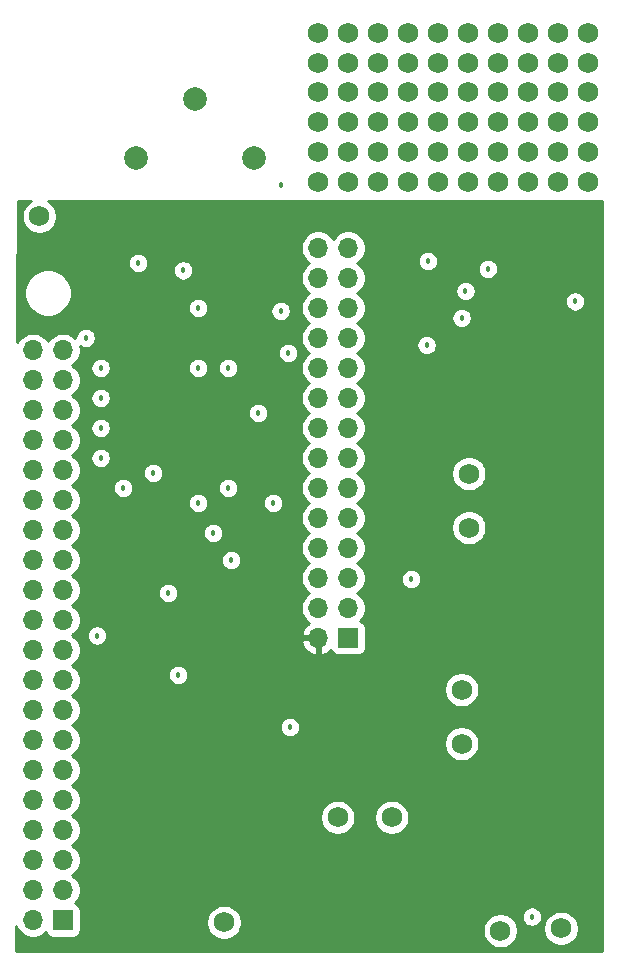
<source format=gbr>
%TF.GenerationSoftware,KiCad,Pcbnew,5.1.12-84ad8e8a86~92~ubuntu18.04.1*%
%TF.CreationDate,2022-01-27T22:07:28+11:00*%
%TF.ProjectId,bbb,6262622e-6b69-4636-9164-5f7063625858,rev?*%
%TF.SameCoordinates,Original*%
%TF.FileFunction,Copper,L3,Inr*%
%TF.FilePolarity,Positive*%
%FSLAX46Y46*%
G04 Gerber Fmt 4.6, Leading zero omitted, Abs format (unit mm)*
G04 Created by KiCad (PCBNEW 5.1.12-84ad8e8a86~92~ubuntu18.04.1) date 2022-01-27 22:07:28*
%MOMM*%
%LPD*%
G01*
G04 APERTURE LIST*
%TA.AperFunction,ComponentPad*%
%ADD10C,1.727200*%
%TD*%
%TA.AperFunction,ComponentPad*%
%ADD11C,2.006600*%
%TD*%
%TA.AperFunction,ComponentPad*%
%ADD12O,1.700000X1.700000*%
%TD*%
%TA.AperFunction,ComponentPad*%
%ADD13R,1.700000X1.700000*%
%TD*%
%TA.AperFunction,ViaPad*%
%ADD14C,1.727200*%
%TD*%
%TA.AperFunction,ViaPad*%
%ADD15C,0.457200*%
%TD*%
%TA.AperFunction,Conductor*%
%ADD16C,0.254000*%
%TD*%
%TA.AperFunction,Conductor*%
%ADD17C,0.100000*%
%TD*%
G04 APERTURE END LIST*
D10*
%TO.N,Net-(C29-Pad1)*%
%TO.C,L3*%
X140741400Y-126250700D03*
%TO.N,Net-(C25-Pad2)*%
X145313400Y-126250700D03*
%TD*%
%TO.N,Net-(C20-Pad1)*%
%TO.C,L1*%
X151841200Y-101714300D03*
%TO.N,Net-(C22-Pad1)*%
X151841200Y-97142300D03*
%TD*%
%TO.N,Net-(C25-Pad1)*%
%TO.C,L2*%
X151231600Y-120002300D03*
%TO.N,Net-(C20-Pad2)*%
X151231600Y-115430300D03*
%TD*%
D11*
%TO.N,GND*%
%TO.C,J3*%
X128629400Y-65415800D03*
%TO.N,Iout*%
X133629400Y-70415800D03*
%TO.N,Qout*%
X123629400Y-70415800D03*
%TD*%
D12*
%TO.N,Net-(J2-Pad40)*%
%TO.C,J2*%
X114947700Y-86690200D03*
%TO.N,GND*%
X117487700Y-86690200D03*
%TO.N,Net-(J2-Pad38)*%
X114947700Y-89230200D03*
%TO.N,Net-(J2-Pad37)*%
X117487700Y-89230200D03*
%TO.N,Net-(J2-Pad36)*%
X114947700Y-91770200D03*
%TO.N,Net-(J2-Pad35)*%
X117487700Y-91770200D03*
%TO.N,GND*%
X114947700Y-94310200D03*
%TO.N,Net-(J2-Pad33)*%
X117487700Y-94310200D03*
%TO.N,Net-(J2-Pad32)*%
X114947700Y-96850200D03*
%TO.N,Net-(J2-Pad31)*%
X117487700Y-96850200D03*
%TO.N,Net-(J2-Pad30)*%
X114947700Y-99390200D03*
%TO.N,Net-(J2-Pad29)*%
X117487700Y-99390200D03*
%TO.N,Net-(J2-Pad28)*%
X114947700Y-101930200D03*
%TO.N,Net-(J2-Pad27)*%
X117487700Y-101930200D03*
%TO.N,Net-(J2-Pad26)*%
X114947700Y-104470200D03*
%TO.N,GND*%
X117487700Y-104470200D03*
%TO.N,Net-(J2-Pad24)*%
X114947700Y-107010200D03*
%TO.N,Net-(J2-Pad23)*%
X117487700Y-107010200D03*
%TO.N,Net-(J2-Pad22)*%
X114947700Y-109550200D03*
%TO.N,Net-(J2-Pad21)*%
X117487700Y-109550200D03*
%TO.N,GND*%
X114947700Y-112090200D03*
%TO.N,Net-(J2-Pad19)*%
X117487700Y-112090200D03*
%TO.N,Net-(J2-Pad18)*%
X114947700Y-114630200D03*
%TO.N,Net-(J2-Pad17)*%
X117487700Y-114630200D03*
%TO.N,Net-(J2-Pad16)*%
X114947700Y-117170200D03*
%TO.N,Net-(J2-Pad15)*%
X117487700Y-117170200D03*
%TO.N,GND*%
X114947700Y-119710200D03*
%TO.N,Net-(J2-Pad13)*%
X117487700Y-119710200D03*
%TO.N,Net-(J2-Pad12)*%
X114947700Y-122250200D03*
%TO.N,Net-(J2-Pad11)*%
X117487700Y-122250200D03*
%TO.N,Net-(J2-Pad10)*%
X114947700Y-124790200D03*
%TO.N,GND*%
X117487700Y-124790200D03*
%TO.N,Net-(J2-Pad8)*%
X114947700Y-127330200D03*
%TO.N,P5_SCL*%
X117487700Y-127330200D03*
%TO.N,GND*%
X114947700Y-129870200D03*
%TO.N,P3_SDA*%
X117487700Y-129870200D03*
%TO.N,Net-(C13-Pad1)*%
X114947700Y-132410200D03*
%TO.N,Net-(J2-Pad3)*%
X117487700Y-132410200D03*
%TO.N,Net-(C13-Pad1)*%
X114947700Y-134950200D03*
D13*
%TO.N,Net-(J2-Pad1)*%
X117487700Y-134950200D03*
%TD*%
%TO.N,GND*%
%TO.C,J1*%
X141630400Y-111048800D03*
D12*
%TO.N,+3V3*%
X139090400Y-111048800D03*
%TO.N,BPFIN*%
X141630400Y-108508800D03*
%TO.N,BPFOUT*%
X139090400Y-108508800D03*
%TO.N,RFOUT*%
X141630400Y-105968800D03*
%TO.N,RFIN*%
X139090400Y-105968800D03*
%TO.N,RFOUT*%
X141630400Y-103428800D03*
%TO.N,MIXIN*%
X139090400Y-103428800D03*
%TO.N,P3_SDA*%
X141630400Y-100888800D03*
%TO.N,I2C_SCL*%
X139090400Y-100888800D03*
%TO.N,P5_SCL*%
X141630400Y-98348800D03*
%TO.N,I2C_SDA*%
X139090400Y-98348800D03*
%TO.N,CLK0*%
X141630400Y-95808800D03*
%TO.N,MIXCLK0*%
X139090400Y-95808800D03*
%TO.N,CLK1*%
X141630400Y-93268800D03*
%TO.N,MIXCLK90*%
X139090400Y-93268800D03*
%TO.N,CLK2*%
X141630400Y-90728800D03*
%TO.N,GND*%
X139090400Y-90728800D03*
%TO.N,MIXI+*%
X141630400Y-88188800D03*
%TO.N,I+*%
X139090400Y-88188800D03*
%TO.N,MIXI-*%
X141630400Y-85648800D03*
%TO.N,I-*%
X139090400Y-85648800D03*
%TO.N,MIXQ+*%
X141630400Y-83108800D03*
%TO.N,Q+*%
X139090400Y-83108800D03*
%TO.N,MIXQ-*%
X141630400Y-80568800D03*
%TO.N,Q-*%
X139090400Y-80568800D03*
%TO.N,Net-(J1-Pad27)*%
X141630400Y-78028800D03*
%TO.N,Net-(J1-Pad28)*%
X139090400Y-78028800D03*
%TD*%
D14*
%TO.N,*%
X151790400Y-72440800D03*
X154330400Y-72440800D03*
X141630400Y-72440800D03*
X154330400Y-64820800D03*
X149250400Y-67360800D03*
X151790400Y-69900800D03*
X144170400Y-72440800D03*
X151790400Y-64820800D03*
X159410400Y-64820800D03*
X154330400Y-69900800D03*
X156870400Y-67360800D03*
X154330400Y-67360800D03*
X144170400Y-64820800D03*
X159410400Y-72440800D03*
X146710400Y-64820800D03*
X144170400Y-69900800D03*
X149250400Y-69900800D03*
X156870400Y-69900800D03*
X156870400Y-72440800D03*
X144170400Y-67360800D03*
X159410400Y-67360800D03*
X159410400Y-69900800D03*
X161950400Y-69900800D03*
X151790400Y-67360800D03*
X141630400Y-64820800D03*
X141630400Y-67360800D03*
X161950400Y-64820800D03*
X161950400Y-67360800D03*
X139090400Y-69900800D03*
X139090400Y-64820800D03*
X146710400Y-72440800D03*
X146710400Y-69900800D03*
X146710400Y-67360800D03*
X156870400Y-64820800D03*
X139090400Y-72440800D03*
X139090400Y-67360800D03*
X141630400Y-69900800D03*
X149250400Y-64820800D03*
X149250400Y-59867800D03*
X159410400Y-59867800D03*
X139090400Y-59867800D03*
X144170400Y-62407800D03*
X149250400Y-62407800D03*
X156870400Y-62407800D03*
X141630400Y-62407800D03*
X151790400Y-59867800D03*
X161950400Y-62407800D03*
X141630400Y-59867800D03*
X146710400Y-59867800D03*
X161950400Y-59867800D03*
X156870400Y-59867800D03*
X139090400Y-62407800D03*
X159410400Y-62407800D03*
X154330400Y-62407800D03*
X151790400Y-62407800D03*
X146710400Y-62407800D03*
X144170400Y-59867800D03*
X154330400Y-59867800D03*
X149250400Y-72440800D03*
%TO.N,+3V3*%
X125285500Y-135051800D03*
D15*
X128930400Y-107238800D03*
X125450600Y-110845600D03*
X136550400Y-100888800D03*
X126390400Y-98348800D03*
X120040400Y-83743800D03*
X156006800Y-86144100D03*
X156006800Y-83604100D03*
X156006800Y-81064100D03*
X151561800Y-88049100D03*
X145211800Y-85509100D03*
%TO.N,GND*%
X160845500Y-82562700D03*
D14*
X131114800Y-135128000D03*
D15*
X126390400Y-107238800D03*
X131709709Y-104459491D03*
X130200400Y-102158800D03*
X128930400Y-99618800D03*
X131470400Y-98348800D03*
X131470400Y-88188800D03*
X125120400Y-97078800D03*
X122580400Y-98348800D03*
X120370600Y-110845600D03*
X119405400Y-85648800D03*
X120675400Y-88188800D03*
X120675400Y-90728800D03*
X120675400Y-93268800D03*
X120675400Y-95808800D03*
X127660400Y-79933800D03*
X153466800Y-79794100D03*
X151561800Y-81699100D03*
X148386800Y-79159100D03*
X148272490Y-86258410D03*
X127241300Y-114185700D03*
X146964400Y-106083100D03*
X136690100Y-118605300D03*
D14*
X115481100Y-75349100D03*
X154520900Y-135826500D03*
X159664400Y-135648700D03*
D15*
%TO.N,Q+*%
X123850400Y-79298800D03*
%TO.N,Iout*%
X135915400Y-83362800D03*
X135915400Y-72694800D03*
%TO.N,MIXIN*%
X128930400Y-88188800D03*
X135280400Y-99618800D03*
%TO.N,I2C_SDA*%
X151231600Y-83947000D03*
%TO.N,MIXI+*%
X134010400Y-91998800D03*
%TO.N,MIXQ+*%
X136550400Y-86918800D03*
%TO.N,Q-*%
X128930400Y-83108800D03*
D14*
%TO.N,LED_IN*%
X161950400Y-72440800D03*
D15*
%TO.N,BPFIN*%
X157187900Y-134645400D03*
%TD*%
D16*
%TO.N,+3V3*%
X114781294Y-74016896D02*
X114771247Y-74021058D01*
X114525798Y-74185061D01*
X114317061Y-74393798D01*
X114153058Y-74639247D01*
X114040090Y-74911975D01*
X113982500Y-75201501D01*
X113982500Y-75496699D01*
X114040090Y-75786225D01*
X114153058Y-76058953D01*
X114317061Y-76304402D01*
X114525798Y-76513139D01*
X114771247Y-76677142D01*
X115043975Y-76790110D01*
X115333501Y-76847700D01*
X115628699Y-76847700D01*
X115918225Y-76790110D01*
X116190953Y-76677142D01*
X116436402Y-76513139D01*
X116645139Y-76304402D01*
X116809142Y-76058953D01*
X116922110Y-75786225D01*
X116979700Y-75496699D01*
X116979700Y-75201501D01*
X116922110Y-74911975D01*
X116809142Y-74639247D01*
X116645139Y-74393798D01*
X116436402Y-74185061D01*
X116190953Y-74021058D01*
X116184366Y-74018330D01*
X163118876Y-74066270D01*
X163156824Y-137566432D01*
X113525528Y-137579068D01*
X113529419Y-135406657D01*
X113631710Y-135653611D01*
X113794225Y-135896832D01*
X114001068Y-136103675D01*
X114244289Y-136266190D01*
X114514542Y-136378132D01*
X114801440Y-136435200D01*
X115093960Y-136435200D01*
X115380858Y-136378132D01*
X115651111Y-136266190D01*
X115894332Y-136103675D01*
X116026187Y-135971820D01*
X116048198Y-136044380D01*
X116107163Y-136154694D01*
X116186515Y-136251385D01*
X116283206Y-136330737D01*
X116393520Y-136389702D01*
X116513218Y-136426012D01*
X116637700Y-136438272D01*
X118337700Y-136438272D01*
X118462182Y-136426012D01*
X118581880Y-136389702D01*
X118692194Y-136330737D01*
X118788885Y-136251385D01*
X118868237Y-136154694D01*
X118927202Y-136044380D01*
X118963512Y-135924682D01*
X118975772Y-135800200D01*
X118975772Y-134980401D01*
X129616200Y-134980401D01*
X129616200Y-135275599D01*
X129673790Y-135565125D01*
X129786758Y-135837853D01*
X129950761Y-136083302D01*
X130159498Y-136292039D01*
X130404947Y-136456042D01*
X130677675Y-136569010D01*
X130967201Y-136626600D01*
X131262399Y-136626600D01*
X131551925Y-136569010D01*
X131824653Y-136456042D01*
X132070102Y-136292039D01*
X132278839Y-136083302D01*
X132442842Y-135837853D01*
X132508682Y-135678901D01*
X153022300Y-135678901D01*
X153022300Y-135974099D01*
X153079890Y-136263625D01*
X153192858Y-136536353D01*
X153356861Y-136781802D01*
X153565598Y-136990539D01*
X153811047Y-137154542D01*
X154083775Y-137267510D01*
X154373301Y-137325100D01*
X154668499Y-137325100D01*
X154958025Y-137267510D01*
X155230753Y-137154542D01*
X155476202Y-136990539D01*
X155684939Y-136781802D01*
X155848942Y-136536353D01*
X155961910Y-136263625D01*
X156019500Y-135974099D01*
X156019500Y-135678901D01*
X155961910Y-135389375D01*
X155848942Y-135116647D01*
X155684939Y-134871198D01*
X155476202Y-134662461D01*
X155323371Y-134560343D01*
X156324300Y-134560343D01*
X156324300Y-134730457D01*
X156357487Y-134897303D01*
X156422587Y-135054468D01*
X156517098Y-135195913D01*
X156637387Y-135316202D01*
X156778832Y-135410713D01*
X156935997Y-135475813D01*
X157102843Y-135509000D01*
X157272957Y-135509000D01*
X157312668Y-135501101D01*
X158165800Y-135501101D01*
X158165800Y-135796299D01*
X158223390Y-136085825D01*
X158336358Y-136358553D01*
X158500361Y-136604002D01*
X158709098Y-136812739D01*
X158954547Y-136976742D01*
X159227275Y-137089710D01*
X159516801Y-137147300D01*
X159811999Y-137147300D01*
X160101525Y-137089710D01*
X160374253Y-136976742D01*
X160619702Y-136812739D01*
X160828439Y-136604002D01*
X160992442Y-136358553D01*
X161105410Y-136085825D01*
X161163000Y-135796299D01*
X161163000Y-135501101D01*
X161105410Y-135211575D01*
X160992442Y-134938847D01*
X160828439Y-134693398D01*
X160619702Y-134484661D01*
X160374253Y-134320658D01*
X160101525Y-134207690D01*
X159811999Y-134150100D01*
X159516801Y-134150100D01*
X159227275Y-134207690D01*
X158954547Y-134320658D01*
X158709098Y-134484661D01*
X158500361Y-134693398D01*
X158336358Y-134938847D01*
X158223390Y-135211575D01*
X158165800Y-135501101D01*
X157312668Y-135501101D01*
X157439803Y-135475813D01*
X157596968Y-135410713D01*
X157738413Y-135316202D01*
X157858702Y-135195913D01*
X157953213Y-135054468D01*
X158018313Y-134897303D01*
X158051500Y-134730457D01*
X158051500Y-134560343D01*
X158018313Y-134393497D01*
X157953213Y-134236332D01*
X157858702Y-134094887D01*
X157738413Y-133974598D01*
X157596968Y-133880087D01*
X157439803Y-133814987D01*
X157272957Y-133781800D01*
X157102843Y-133781800D01*
X156935997Y-133814987D01*
X156778832Y-133880087D01*
X156637387Y-133974598D01*
X156517098Y-134094887D01*
X156422587Y-134236332D01*
X156357487Y-134393497D01*
X156324300Y-134560343D01*
X155323371Y-134560343D01*
X155230753Y-134498458D01*
X154958025Y-134385490D01*
X154668499Y-134327900D01*
X154373301Y-134327900D01*
X154083775Y-134385490D01*
X153811047Y-134498458D01*
X153565598Y-134662461D01*
X153356861Y-134871198D01*
X153192858Y-135116647D01*
X153079890Y-135389375D01*
X153022300Y-135678901D01*
X132508682Y-135678901D01*
X132555810Y-135565125D01*
X132613400Y-135275599D01*
X132613400Y-134980401D01*
X132555810Y-134690875D01*
X132442842Y-134418147D01*
X132278839Y-134172698D01*
X132070102Y-133963961D01*
X131824653Y-133799958D01*
X131551925Y-133686990D01*
X131262399Y-133629400D01*
X130967201Y-133629400D01*
X130677675Y-133686990D01*
X130404947Y-133799958D01*
X130159498Y-133963961D01*
X129950761Y-134172698D01*
X129786758Y-134418147D01*
X129673790Y-134690875D01*
X129616200Y-134980401D01*
X118975772Y-134980401D01*
X118975772Y-134100200D01*
X118963512Y-133975718D01*
X118927202Y-133856020D01*
X118868237Y-133745706D01*
X118788885Y-133649015D01*
X118692194Y-133569663D01*
X118581880Y-133510698D01*
X118509320Y-133488687D01*
X118641175Y-133356832D01*
X118803690Y-133113611D01*
X118915632Y-132843358D01*
X118972700Y-132556460D01*
X118972700Y-132263940D01*
X118915632Y-131977042D01*
X118803690Y-131706789D01*
X118641175Y-131463568D01*
X118434332Y-131256725D01*
X118259940Y-131140200D01*
X118434332Y-131023675D01*
X118641175Y-130816832D01*
X118803690Y-130573611D01*
X118915632Y-130303358D01*
X118972700Y-130016460D01*
X118972700Y-129723940D01*
X118915632Y-129437042D01*
X118803690Y-129166789D01*
X118641175Y-128923568D01*
X118434332Y-128716725D01*
X118259940Y-128600200D01*
X118434332Y-128483675D01*
X118641175Y-128276832D01*
X118803690Y-128033611D01*
X118915632Y-127763358D01*
X118972700Y-127476460D01*
X118972700Y-127183940D01*
X118915632Y-126897042D01*
X118803690Y-126626789D01*
X118641175Y-126383568D01*
X118434332Y-126176725D01*
X118324146Y-126103101D01*
X139242800Y-126103101D01*
X139242800Y-126398299D01*
X139300390Y-126687825D01*
X139413358Y-126960553D01*
X139577361Y-127206002D01*
X139786098Y-127414739D01*
X140031547Y-127578742D01*
X140304275Y-127691710D01*
X140593801Y-127749300D01*
X140888999Y-127749300D01*
X141178525Y-127691710D01*
X141451253Y-127578742D01*
X141696702Y-127414739D01*
X141905439Y-127206002D01*
X142069442Y-126960553D01*
X142182410Y-126687825D01*
X142240000Y-126398299D01*
X142240000Y-126103101D01*
X143814800Y-126103101D01*
X143814800Y-126398299D01*
X143872390Y-126687825D01*
X143985358Y-126960553D01*
X144149361Y-127206002D01*
X144358098Y-127414739D01*
X144603547Y-127578742D01*
X144876275Y-127691710D01*
X145165801Y-127749300D01*
X145460999Y-127749300D01*
X145750525Y-127691710D01*
X146023253Y-127578742D01*
X146268702Y-127414739D01*
X146477439Y-127206002D01*
X146641442Y-126960553D01*
X146754410Y-126687825D01*
X146812000Y-126398299D01*
X146812000Y-126103101D01*
X146754410Y-125813575D01*
X146641442Y-125540847D01*
X146477439Y-125295398D01*
X146268702Y-125086661D01*
X146023253Y-124922658D01*
X145750525Y-124809690D01*
X145460999Y-124752100D01*
X145165801Y-124752100D01*
X144876275Y-124809690D01*
X144603547Y-124922658D01*
X144358098Y-125086661D01*
X144149361Y-125295398D01*
X143985358Y-125540847D01*
X143872390Y-125813575D01*
X143814800Y-126103101D01*
X142240000Y-126103101D01*
X142182410Y-125813575D01*
X142069442Y-125540847D01*
X141905439Y-125295398D01*
X141696702Y-125086661D01*
X141451253Y-124922658D01*
X141178525Y-124809690D01*
X140888999Y-124752100D01*
X140593801Y-124752100D01*
X140304275Y-124809690D01*
X140031547Y-124922658D01*
X139786098Y-125086661D01*
X139577361Y-125295398D01*
X139413358Y-125540847D01*
X139300390Y-125813575D01*
X139242800Y-126103101D01*
X118324146Y-126103101D01*
X118259940Y-126060200D01*
X118434332Y-125943675D01*
X118641175Y-125736832D01*
X118803690Y-125493611D01*
X118915632Y-125223358D01*
X118972700Y-124936460D01*
X118972700Y-124643940D01*
X118915632Y-124357042D01*
X118803690Y-124086789D01*
X118641175Y-123843568D01*
X118434332Y-123636725D01*
X118259940Y-123520200D01*
X118434332Y-123403675D01*
X118641175Y-123196832D01*
X118803690Y-122953611D01*
X118915632Y-122683358D01*
X118972700Y-122396460D01*
X118972700Y-122103940D01*
X118915632Y-121817042D01*
X118803690Y-121546789D01*
X118641175Y-121303568D01*
X118434332Y-121096725D01*
X118259940Y-120980200D01*
X118434332Y-120863675D01*
X118641175Y-120656832D01*
X118803690Y-120413611D01*
X118915632Y-120143358D01*
X118972700Y-119856460D01*
X118972700Y-119854701D01*
X149733000Y-119854701D01*
X149733000Y-120149899D01*
X149790590Y-120439425D01*
X149903558Y-120712153D01*
X150067561Y-120957602D01*
X150276298Y-121166339D01*
X150521747Y-121330342D01*
X150794475Y-121443310D01*
X151084001Y-121500900D01*
X151379199Y-121500900D01*
X151668725Y-121443310D01*
X151941453Y-121330342D01*
X152186902Y-121166339D01*
X152395639Y-120957602D01*
X152559642Y-120712153D01*
X152672610Y-120439425D01*
X152730200Y-120149899D01*
X152730200Y-119854701D01*
X152672610Y-119565175D01*
X152559642Y-119292447D01*
X152395639Y-119046998D01*
X152186902Y-118838261D01*
X151941453Y-118674258D01*
X151668725Y-118561290D01*
X151379199Y-118503700D01*
X151084001Y-118503700D01*
X150794475Y-118561290D01*
X150521747Y-118674258D01*
X150276298Y-118838261D01*
X150067561Y-119046998D01*
X149903558Y-119292447D01*
X149790590Y-119565175D01*
X149733000Y-119854701D01*
X118972700Y-119854701D01*
X118972700Y-119563940D01*
X118915632Y-119277042D01*
X118803690Y-119006789D01*
X118641175Y-118763568D01*
X118434332Y-118556725D01*
X118379733Y-118520243D01*
X135826500Y-118520243D01*
X135826500Y-118690357D01*
X135859687Y-118857203D01*
X135924787Y-119014368D01*
X136019298Y-119155813D01*
X136139587Y-119276102D01*
X136281032Y-119370613D01*
X136438197Y-119435713D01*
X136605043Y-119468900D01*
X136775157Y-119468900D01*
X136942003Y-119435713D01*
X137099168Y-119370613D01*
X137240613Y-119276102D01*
X137360902Y-119155813D01*
X137455413Y-119014368D01*
X137520513Y-118857203D01*
X137553700Y-118690357D01*
X137553700Y-118520243D01*
X137520513Y-118353397D01*
X137455413Y-118196232D01*
X137360902Y-118054787D01*
X137240613Y-117934498D01*
X137099168Y-117839987D01*
X136942003Y-117774887D01*
X136775157Y-117741700D01*
X136605043Y-117741700D01*
X136438197Y-117774887D01*
X136281032Y-117839987D01*
X136139587Y-117934498D01*
X136019298Y-118054787D01*
X135924787Y-118196232D01*
X135859687Y-118353397D01*
X135826500Y-118520243D01*
X118379733Y-118520243D01*
X118259940Y-118440200D01*
X118434332Y-118323675D01*
X118641175Y-118116832D01*
X118803690Y-117873611D01*
X118915632Y-117603358D01*
X118972700Y-117316460D01*
X118972700Y-117023940D01*
X118915632Y-116737042D01*
X118803690Y-116466789D01*
X118641175Y-116223568D01*
X118434332Y-116016725D01*
X118259940Y-115900200D01*
X118434332Y-115783675D01*
X118641175Y-115576832D01*
X118803690Y-115333611D01*
X118824777Y-115282701D01*
X149733000Y-115282701D01*
X149733000Y-115577899D01*
X149790590Y-115867425D01*
X149903558Y-116140153D01*
X150067561Y-116385602D01*
X150276298Y-116594339D01*
X150521747Y-116758342D01*
X150794475Y-116871310D01*
X151084001Y-116928900D01*
X151379199Y-116928900D01*
X151668725Y-116871310D01*
X151941453Y-116758342D01*
X152186902Y-116594339D01*
X152395639Y-116385602D01*
X152559642Y-116140153D01*
X152672610Y-115867425D01*
X152730200Y-115577899D01*
X152730200Y-115282701D01*
X152672610Y-114993175D01*
X152559642Y-114720447D01*
X152395639Y-114474998D01*
X152186902Y-114266261D01*
X151941453Y-114102258D01*
X151668725Y-113989290D01*
X151379199Y-113931700D01*
X151084001Y-113931700D01*
X150794475Y-113989290D01*
X150521747Y-114102258D01*
X150276298Y-114266261D01*
X150067561Y-114474998D01*
X149903558Y-114720447D01*
X149790590Y-114993175D01*
X149733000Y-115282701D01*
X118824777Y-115282701D01*
X118915632Y-115063358D01*
X118972700Y-114776460D01*
X118972700Y-114483940D01*
X118915632Y-114197042D01*
X118875703Y-114100643D01*
X126377700Y-114100643D01*
X126377700Y-114270757D01*
X126410887Y-114437603D01*
X126475987Y-114594768D01*
X126570498Y-114736213D01*
X126690787Y-114856502D01*
X126832232Y-114951013D01*
X126989397Y-115016113D01*
X127156243Y-115049300D01*
X127326357Y-115049300D01*
X127493203Y-115016113D01*
X127650368Y-114951013D01*
X127791813Y-114856502D01*
X127912102Y-114736213D01*
X128006613Y-114594768D01*
X128071713Y-114437603D01*
X128104900Y-114270757D01*
X128104900Y-114100643D01*
X128071713Y-113933797D01*
X128006613Y-113776632D01*
X127912102Y-113635187D01*
X127791813Y-113514898D01*
X127650368Y-113420387D01*
X127493203Y-113355287D01*
X127326357Y-113322100D01*
X127156243Y-113322100D01*
X126989397Y-113355287D01*
X126832232Y-113420387D01*
X126690787Y-113514898D01*
X126570498Y-113635187D01*
X126475987Y-113776632D01*
X126410887Y-113933797D01*
X126377700Y-114100643D01*
X118875703Y-114100643D01*
X118803690Y-113926789D01*
X118641175Y-113683568D01*
X118434332Y-113476725D01*
X118259940Y-113360200D01*
X118434332Y-113243675D01*
X118641175Y-113036832D01*
X118803690Y-112793611D01*
X118915632Y-112523358D01*
X118972700Y-112236460D01*
X118972700Y-111943940D01*
X118915632Y-111657042D01*
X118803690Y-111386789D01*
X118641175Y-111143568D01*
X118434332Y-110936725D01*
X118259940Y-110820200D01*
X118349223Y-110760543D01*
X119507000Y-110760543D01*
X119507000Y-110930657D01*
X119540187Y-111097503D01*
X119605287Y-111254668D01*
X119699798Y-111396113D01*
X119820087Y-111516402D01*
X119961532Y-111610913D01*
X120118697Y-111676013D01*
X120285543Y-111709200D01*
X120455657Y-111709200D01*
X120622503Y-111676013D01*
X120779668Y-111610913D01*
X120921113Y-111516402D01*
X121031825Y-111405690D01*
X137648924Y-111405690D01*
X137693575Y-111552899D01*
X137818759Y-111815720D01*
X137992812Y-112049069D01*
X138209045Y-112243978D01*
X138459148Y-112392957D01*
X138733509Y-112490281D01*
X138963400Y-112369614D01*
X138963400Y-111175800D01*
X137770245Y-111175800D01*
X137648924Y-111405690D01*
X121031825Y-111405690D01*
X121041402Y-111396113D01*
X121135913Y-111254668D01*
X121201013Y-111097503D01*
X121234200Y-110930657D01*
X121234200Y-110760543D01*
X121201013Y-110593697D01*
X121135913Y-110436532D01*
X121041402Y-110295087D01*
X120921113Y-110174798D01*
X120779668Y-110080287D01*
X120622503Y-110015187D01*
X120455657Y-109982000D01*
X120285543Y-109982000D01*
X120118697Y-110015187D01*
X119961532Y-110080287D01*
X119820087Y-110174798D01*
X119699798Y-110295087D01*
X119605287Y-110436532D01*
X119540187Y-110593697D01*
X119507000Y-110760543D01*
X118349223Y-110760543D01*
X118434332Y-110703675D01*
X118641175Y-110496832D01*
X118803690Y-110253611D01*
X118915632Y-109983358D01*
X118972700Y-109696460D01*
X118972700Y-109403940D01*
X118915632Y-109117042D01*
X118803690Y-108846789D01*
X118641175Y-108603568D01*
X118434332Y-108396725D01*
X118259940Y-108280200D01*
X118434332Y-108163675D01*
X118641175Y-107956832D01*
X118803690Y-107713611D01*
X118915632Y-107443358D01*
X118972700Y-107156460D01*
X118972700Y-107153743D01*
X125526800Y-107153743D01*
X125526800Y-107323857D01*
X125559987Y-107490703D01*
X125625087Y-107647868D01*
X125719598Y-107789313D01*
X125839887Y-107909602D01*
X125981332Y-108004113D01*
X126138497Y-108069213D01*
X126305343Y-108102400D01*
X126475457Y-108102400D01*
X126642303Y-108069213D01*
X126799468Y-108004113D01*
X126940913Y-107909602D01*
X127061202Y-107789313D01*
X127155713Y-107647868D01*
X127220813Y-107490703D01*
X127254000Y-107323857D01*
X127254000Y-107153743D01*
X127220813Y-106986897D01*
X127155713Y-106829732D01*
X127061202Y-106688287D01*
X126940913Y-106567998D01*
X126799468Y-106473487D01*
X126642303Y-106408387D01*
X126475457Y-106375200D01*
X126305343Y-106375200D01*
X126138497Y-106408387D01*
X125981332Y-106473487D01*
X125839887Y-106567998D01*
X125719598Y-106688287D01*
X125625087Y-106829732D01*
X125559987Y-106986897D01*
X125526800Y-107153743D01*
X118972700Y-107153743D01*
X118972700Y-106863940D01*
X118915632Y-106577042D01*
X118803690Y-106306789D01*
X118641175Y-106063568D01*
X118434332Y-105856725D01*
X118259940Y-105740200D01*
X118434332Y-105623675D01*
X118641175Y-105416832D01*
X118803690Y-105173611D01*
X118915632Y-104903358D01*
X118972700Y-104616460D01*
X118972700Y-104374434D01*
X130846109Y-104374434D01*
X130846109Y-104544548D01*
X130879296Y-104711394D01*
X130944396Y-104868559D01*
X131038907Y-105010004D01*
X131159196Y-105130293D01*
X131300641Y-105224804D01*
X131457806Y-105289904D01*
X131624652Y-105323091D01*
X131794766Y-105323091D01*
X131961612Y-105289904D01*
X132118777Y-105224804D01*
X132260222Y-105130293D01*
X132380511Y-105010004D01*
X132475022Y-104868559D01*
X132540122Y-104711394D01*
X132573309Y-104544548D01*
X132573309Y-104374434D01*
X132540122Y-104207588D01*
X132475022Y-104050423D01*
X132380511Y-103908978D01*
X132260222Y-103788689D01*
X132118777Y-103694178D01*
X131961612Y-103629078D01*
X131794766Y-103595891D01*
X131624652Y-103595891D01*
X131457806Y-103629078D01*
X131300641Y-103694178D01*
X131159196Y-103788689D01*
X131038907Y-103908978D01*
X130944396Y-104050423D01*
X130879296Y-104207588D01*
X130846109Y-104374434D01*
X118972700Y-104374434D01*
X118972700Y-104323940D01*
X118915632Y-104037042D01*
X118803690Y-103766789D01*
X118641175Y-103523568D01*
X118434332Y-103316725D01*
X118259940Y-103200200D01*
X118434332Y-103083675D01*
X118641175Y-102876832D01*
X118803690Y-102633611D01*
X118915632Y-102363358D01*
X118972700Y-102076460D01*
X118972700Y-102073743D01*
X129336800Y-102073743D01*
X129336800Y-102243857D01*
X129369987Y-102410703D01*
X129435087Y-102567868D01*
X129529598Y-102709313D01*
X129649887Y-102829602D01*
X129791332Y-102924113D01*
X129948497Y-102989213D01*
X130115343Y-103022400D01*
X130285457Y-103022400D01*
X130452303Y-102989213D01*
X130609468Y-102924113D01*
X130750913Y-102829602D01*
X130871202Y-102709313D01*
X130965713Y-102567868D01*
X131030813Y-102410703D01*
X131064000Y-102243857D01*
X131064000Y-102073743D01*
X131030813Y-101906897D01*
X130965713Y-101749732D01*
X130871202Y-101608287D01*
X130750913Y-101487998D01*
X130609468Y-101393487D01*
X130452303Y-101328387D01*
X130285457Y-101295200D01*
X130115343Y-101295200D01*
X129948497Y-101328387D01*
X129791332Y-101393487D01*
X129649887Y-101487998D01*
X129529598Y-101608287D01*
X129435087Y-101749732D01*
X129369987Y-101906897D01*
X129336800Y-102073743D01*
X118972700Y-102073743D01*
X118972700Y-101783940D01*
X118915632Y-101497042D01*
X118803690Y-101226789D01*
X118641175Y-100983568D01*
X118434332Y-100776725D01*
X118259940Y-100660200D01*
X118434332Y-100543675D01*
X118641175Y-100336832D01*
X118803690Y-100093611D01*
X118915632Y-99823358D01*
X118972700Y-99536460D01*
X118972700Y-99533743D01*
X128066800Y-99533743D01*
X128066800Y-99703857D01*
X128099987Y-99870703D01*
X128165087Y-100027868D01*
X128259598Y-100169313D01*
X128379887Y-100289602D01*
X128521332Y-100384113D01*
X128678497Y-100449213D01*
X128845343Y-100482400D01*
X129015457Y-100482400D01*
X129182303Y-100449213D01*
X129339468Y-100384113D01*
X129480913Y-100289602D01*
X129601202Y-100169313D01*
X129695713Y-100027868D01*
X129760813Y-99870703D01*
X129794000Y-99703857D01*
X129794000Y-99533743D01*
X134416800Y-99533743D01*
X134416800Y-99703857D01*
X134449987Y-99870703D01*
X134515087Y-100027868D01*
X134609598Y-100169313D01*
X134729887Y-100289602D01*
X134871332Y-100384113D01*
X135028497Y-100449213D01*
X135195343Y-100482400D01*
X135365457Y-100482400D01*
X135532303Y-100449213D01*
X135689468Y-100384113D01*
X135830913Y-100289602D01*
X135951202Y-100169313D01*
X136045713Y-100027868D01*
X136110813Y-99870703D01*
X136144000Y-99703857D01*
X136144000Y-99533743D01*
X136110813Y-99366897D01*
X136045713Y-99209732D01*
X135951202Y-99068287D01*
X135830913Y-98947998D01*
X135689468Y-98853487D01*
X135532303Y-98788387D01*
X135365457Y-98755200D01*
X135195343Y-98755200D01*
X135028497Y-98788387D01*
X134871332Y-98853487D01*
X134729887Y-98947998D01*
X134609598Y-99068287D01*
X134515087Y-99209732D01*
X134449987Y-99366897D01*
X134416800Y-99533743D01*
X129794000Y-99533743D01*
X129760813Y-99366897D01*
X129695713Y-99209732D01*
X129601202Y-99068287D01*
X129480913Y-98947998D01*
X129339468Y-98853487D01*
X129182303Y-98788387D01*
X129015457Y-98755200D01*
X128845343Y-98755200D01*
X128678497Y-98788387D01*
X128521332Y-98853487D01*
X128379887Y-98947998D01*
X128259598Y-99068287D01*
X128165087Y-99209732D01*
X128099987Y-99366897D01*
X128066800Y-99533743D01*
X118972700Y-99533743D01*
X118972700Y-99243940D01*
X118915632Y-98957042D01*
X118803690Y-98686789D01*
X118641175Y-98443568D01*
X118461350Y-98263743D01*
X121716800Y-98263743D01*
X121716800Y-98433857D01*
X121749987Y-98600703D01*
X121815087Y-98757868D01*
X121909598Y-98899313D01*
X122029887Y-99019602D01*
X122171332Y-99114113D01*
X122328497Y-99179213D01*
X122495343Y-99212400D01*
X122665457Y-99212400D01*
X122832303Y-99179213D01*
X122989468Y-99114113D01*
X123130913Y-99019602D01*
X123251202Y-98899313D01*
X123345713Y-98757868D01*
X123410813Y-98600703D01*
X123444000Y-98433857D01*
X123444000Y-98263743D01*
X130606800Y-98263743D01*
X130606800Y-98433857D01*
X130639987Y-98600703D01*
X130705087Y-98757868D01*
X130799598Y-98899313D01*
X130919887Y-99019602D01*
X131061332Y-99114113D01*
X131218497Y-99179213D01*
X131385343Y-99212400D01*
X131555457Y-99212400D01*
X131722303Y-99179213D01*
X131879468Y-99114113D01*
X132020913Y-99019602D01*
X132141202Y-98899313D01*
X132235713Y-98757868D01*
X132300813Y-98600703D01*
X132334000Y-98433857D01*
X132334000Y-98263743D01*
X132300813Y-98096897D01*
X132235713Y-97939732D01*
X132141202Y-97798287D01*
X132020913Y-97677998D01*
X131879468Y-97583487D01*
X131722303Y-97518387D01*
X131555457Y-97485200D01*
X131385343Y-97485200D01*
X131218497Y-97518387D01*
X131061332Y-97583487D01*
X130919887Y-97677998D01*
X130799598Y-97798287D01*
X130705087Y-97939732D01*
X130639987Y-98096897D01*
X130606800Y-98263743D01*
X123444000Y-98263743D01*
X123410813Y-98096897D01*
X123345713Y-97939732D01*
X123251202Y-97798287D01*
X123130913Y-97677998D01*
X122989468Y-97583487D01*
X122832303Y-97518387D01*
X122665457Y-97485200D01*
X122495343Y-97485200D01*
X122328497Y-97518387D01*
X122171332Y-97583487D01*
X122029887Y-97677998D01*
X121909598Y-97798287D01*
X121815087Y-97939732D01*
X121749987Y-98096897D01*
X121716800Y-98263743D01*
X118461350Y-98263743D01*
X118434332Y-98236725D01*
X118259940Y-98120200D01*
X118434332Y-98003675D01*
X118641175Y-97796832D01*
X118803690Y-97553611D01*
X118915632Y-97283358D01*
X118972700Y-96996460D01*
X118972700Y-96993743D01*
X124256800Y-96993743D01*
X124256800Y-97163857D01*
X124289987Y-97330703D01*
X124355087Y-97487868D01*
X124449598Y-97629313D01*
X124569887Y-97749602D01*
X124711332Y-97844113D01*
X124868497Y-97909213D01*
X125035343Y-97942400D01*
X125205457Y-97942400D01*
X125372303Y-97909213D01*
X125529468Y-97844113D01*
X125670913Y-97749602D01*
X125791202Y-97629313D01*
X125885713Y-97487868D01*
X125950813Y-97330703D01*
X125984000Y-97163857D01*
X125984000Y-96993743D01*
X125950813Y-96826897D01*
X125885713Y-96669732D01*
X125791202Y-96528287D01*
X125670913Y-96407998D01*
X125529468Y-96313487D01*
X125372303Y-96248387D01*
X125205457Y-96215200D01*
X125035343Y-96215200D01*
X124868497Y-96248387D01*
X124711332Y-96313487D01*
X124569887Y-96407998D01*
X124449598Y-96528287D01*
X124355087Y-96669732D01*
X124289987Y-96826897D01*
X124256800Y-96993743D01*
X118972700Y-96993743D01*
X118972700Y-96703940D01*
X118915632Y-96417042D01*
X118803690Y-96146789D01*
X118641175Y-95903568D01*
X118461350Y-95723743D01*
X119811800Y-95723743D01*
X119811800Y-95893857D01*
X119844987Y-96060703D01*
X119910087Y-96217868D01*
X120004598Y-96359313D01*
X120124887Y-96479602D01*
X120266332Y-96574113D01*
X120423497Y-96639213D01*
X120590343Y-96672400D01*
X120760457Y-96672400D01*
X120927303Y-96639213D01*
X121084468Y-96574113D01*
X121225913Y-96479602D01*
X121346202Y-96359313D01*
X121440713Y-96217868D01*
X121505813Y-96060703D01*
X121539000Y-95893857D01*
X121539000Y-95723743D01*
X121505813Y-95556897D01*
X121440713Y-95399732D01*
X121346202Y-95258287D01*
X121225913Y-95137998D01*
X121084468Y-95043487D01*
X120927303Y-94978387D01*
X120760457Y-94945200D01*
X120590343Y-94945200D01*
X120423497Y-94978387D01*
X120266332Y-95043487D01*
X120124887Y-95137998D01*
X120004598Y-95258287D01*
X119910087Y-95399732D01*
X119844987Y-95556897D01*
X119811800Y-95723743D01*
X118461350Y-95723743D01*
X118434332Y-95696725D01*
X118259940Y-95580200D01*
X118434332Y-95463675D01*
X118641175Y-95256832D01*
X118803690Y-95013611D01*
X118915632Y-94743358D01*
X118972700Y-94456460D01*
X118972700Y-94163940D01*
X118915632Y-93877042D01*
X118803690Y-93606789D01*
X118641175Y-93363568D01*
X118461350Y-93183743D01*
X119811800Y-93183743D01*
X119811800Y-93353857D01*
X119844987Y-93520703D01*
X119910087Y-93677868D01*
X120004598Y-93819313D01*
X120124887Y-93939602D01*
X120266332Y-94034113D01*
X120423497Y-94099213D01*
X120590343Y-94132400D01*
X120760457Y-94132400D01*
X120927303Y-94099213D01*
X121084468Y-94034113D01*
X121225913Y-93939602D01*
X121346202Y-93819313D01*
X121440713Y-93677868D01*
X121505813Y-93520703D01*
X121539000Y-93353857D01*
X121539000Y-93183743D01*
X121505813Y-93016897D01*
X121440713Y-92859732D01*
X121346202Y-92718287D01*
X121225913Y-92597998D01*
X121084468Y-92503487D01*
X120927303Y-92438387D01*
X120760457Y-92405200D01*
X120590343Y-92405200D01*
X120423497Y-92438387D01*
X120266332Y-92503487D01*
X120124887Y-92597998D01*
X120004598Y-92718287D01*
X119910087Y-92859732D01*
X119844987Y-93016897D01*
X119811800Y-93183743D01*
X118461350Y-93183743D01*
X118434332Y-93156725D01*
X118259940Y-93040200D01*
X118434332Y-92923675D01*
X118641175Y-92716832D01*
X118803690Y-92473611D01*
X118915632Y-92203358D01*
X118972700Y-91916460D01*
X118972700Y-91913743D01*
X133146800Y-91913743D01*
X133146800Y-92083857D01*
X133179987Y-92250703D01*
X133245087Y-92407868D01*
X133339598Y-92549313D01*
X133459887Y-92669602D01*
X133601332Y-92764113D01*
X133758497Y-92829213D01*
X133925343Y-92862400D01*
X134095457Y-92862400D01*
X134262303Y-92829213D01*
X134419468Y-92764113D01*
X134560913Y-92669602D01*
X134681202Y-92549313D01*
X134775713Y-92407868D01*
X134840813Y-92250703D01*
X134874000Y-92083857D01*
X134874000Y-91913743D01*
X134840813Y-91746897D01*
X134775713Y-91589732D01*
X134681202Y-91448287D01*
X134560913Y-91327998D01*
X134419468Y-91233487D01*
X134262303Y-91168387D01*
X134095457Y-91135200D01*
X133925343Y-91135200D01*
X133758497Y-91168387D01*
X133601332Y-91233487D01*
X133459887Y-91327998D01*
X133339598Y-91448287D01*
X133245087Y-91589732D01*
X133179987Y-91746897D01*
X133146800Y-91913743D01*
X118972700Y-91913743D01*
X118972700Y-91623940D01*
X118915632Y-91337042D01*
X118803690Y-91066789D01*
X118641175Y-90823568D01*
X118461350Y-90643743D01*
X119811800Y-90643743D01*
X119811800Y-90813857D01*
X119844987Y-90980703D01*
X119910087Y-91137868D01*
X120004598Y-91279313D01*
X120124887Y-91399602D01*
X120266332Y-91494113D01*
X120423497Y-91559213D01*
X120590343Y-91592400D01*
X120760457Y-91592400D01*
X120927303Y-91559213D01*
X121084468Y-91494113D01*
X121225913Y-91399602D01*
X121346202Y-91279313D01*
X121440713Y-91137868D01*
X121505813Y-90980703D01*
X121539000Y-90813857D01*
X121539000Y-90643743D01*
X121505813Y-90476897D01*
X121440713Y-90319732D01*
X121346202Y-90178287D01*
X121225913Y-90057998D01*
X121084468Y-89963487D01*
X120927303Y-89898387D01*
X120760457Y-89865200D01*
X120590343Y-89865200D01*
X120423497Y-89898387D01*
X120266332Y-89963487D01*
X120124887Y-90057998D01*
X120004598Y-90178287D01*
X119910087Y-90319732D01*
X119844987Y-90476897D01*
X119811800Y-90643743D01*
X118461350Y-90643743D01*
X118434332Y-90616725D01*
X118259940Y-90500200D01*
X118434332Y-90383675D01*
X118641175Y-90176832D01*
X118803690Y-89933611D01*
X118915632Y-89663358D01*
X118972700Y-89376460D01*
X118972700Y-89083940D01*
X118915632Y-88797042D01*
X118803690Y-88526789D01*
X118641175Y-88283568D01*
X118461350Y-88103743D01*
X119811800Y-88103743D01*
X119811800Y-88273857D01*
X119844987Y-88440703D01*
X119910087Y-88597868D01*
X120004598Y-88739313D01*
X120124887Y-88859602D01*
X120266332Y-88954113D01*
X120423497Y-89019213D01*
X120590343Y-89052400D01*
X120760457Y-89052400D01*
X120927303Y-89019213D01*
X121084468Y-88954113D01*
X121225913Y-88859602D01*
X121346202Y-88739313D01*
X121440713Y-88597868D01*
X121505813Y-88440703D01*
X121539000Y-88273857D01*
X121539000Y-88103743D01*
X128066800Y-88103743D01*
X128066800Y-88273857D01*
X128099987Y-88440703D01*
X128165087Y-88597868D01*
X128259598Y-88739313D01*
X128379887Y-88859602D01*
X128521332Y-88954113D01*
X128678497Y-89019213D01*
X128845343Y-89052400D01*
X129015457Y-89052400D01*
X129182303Y-89019213D01*
X129339468Y-88954113D01*
X129480913Y-88859602D01*
X129601202Y-88739313D01*
X129695713Y-88597868D01*
X129760813Y-88440703D01*
X129794000Y-88273857D01*
X129794000Y-88103743D01*
X130606800Y-88103743D01*
X130606800Y-88273857D01*
X130639987Y-88440703D01*
X130705087Y-88597868D01*
X130799598Y-88739313D01*
X130919887Y-88859602D01*
X131061332Y-88954113D01*
X131218497Y-89019213D01*
X131385343Y-89052400D01*
X131555457Y-89052400D01*
X131722303Y-89019213D01*
X131879468Y-88954113D01*
X132020913Y-88859602D01*
X132141202Y-88739313D01*
X132235713Y-88597868D01*
X132300813Y-88440703D01*
X132334000Y-88273857D01*
X132334000Y-88103743D01*
X132300813Y-87936897D01*
X132235713Y-87779732D01*
X132141202Y-87638287D01*
X132020913Y-87517998D01*
X131879468Y-87423487D01*
X131722303Y-87358387D01*
X131555457Y-87325200D01*
X131385343Y-87325200D01*
X131218497Y-87358387D01*
X131061332Y-87423487D01*
X130919887Y-87517998D01*
X130799598Y-87638287D01*
X130705087Y-87779732D01*
X130639987Y-87936897D01*
X130606800Y-88103743D01*
X129794000Y-88103743D01*
X129760813Y-87936897D01*
X129695713Y-87779732D01*
X129601202Y-87638287D01*
X129480913Y-87517998D01*
X129339468Y-87423487D01*
X129182303Y-87358387D01*
X129015457Y-87325200D01*
X128845343Y-87325200D01*
X128678497Y-87358387D01*
X128521332Y-87423487D01*
X128379887Y-87517998D01*
X128259598Y-87638287D01*
X128165087Y-87779732D01*
X128099987Y-87936897D01*
X128066800Y-88103743D01*
X121539000Y-88103743D01*
X121505813Y-87936897D01*
X121440713Y-87779732D01*
X121346202Y-87638287D01*
X121225913Y-87517998D01*
X121084468Y-87423487D01*
X120927303Y-87358387D01*
X120760457Y-87325200D01*
X120590343Y-87325200D01*
X120423497Y-87358387D01*
X120266332Y-87423487D01*
X120124887Y-87517998D01*
X120004598Y-87638287D01*
X119910087Y-87779732D01*
X119844987Y-87936897D01*
X119811800Y-88103743D01*
X118461350Y-88103743D01*
X118434332Y-88076725D01*
X118259940Y-87960200D01*
X118434332Y-87843675D01*
X118641175Y-87636832D01*
X118803690Y-87393611D01*
X118915632Y-87123358D01*
X118972700Y-86836460D01*
X118972700Y-86833743D01*
X135686800Y-86833743D01*
X135686800Y-87003857D01*
X135719987Y-87170703D01*
X135785087Y-87327868D01*
X135879598Y-87469313D01*
X135999887Y-87589602D01*
X136141332Y-87684113D01*
X136298497Y-87749213D01*
X136465343Y-87782400D01*
X136635457Y-87782400D01*
X136802303Y-87749213D01*
X136959468Y-87684113D01*
X137100913Y-87589602D01*
X137221202Y-87469313D01*
X137315713Y-87327868D01*
X137380813Y-87170703D01*
X137414000Y-87003857D01*
X137414000Y-86833743D01*
X137380813Y-86666897D01*
X137315713Y-86509732D01*
X137221202Y-86368287D01*
X137100913Y-86247998D01*
X136959468Y-86153487D01*
X136802303Y-86088387D01*
X136635457Y-86055200D01*
X136465343Y-86055200D01*
X136298497Y-86088387D01*
X136141332Y-86153487D01*
X135999887Y-86247998D01*
X135879598Y-86368287D01*
X135785087Y-86509732D01*
X135719987Y-86666897D01*
X135686800Y-86833743D01*
X118972700Y-86833743D01*
X118972700Y-86543940D01*
X118939295Y-86376002D01*
X118996332Y-86414113D01*
X119153497Y-86479213D01*
X119320343Y-86512400D01*
X119490457Y-86512400D01*
X119657303Y-86479213D01*
X119814468Y-86414113D01*
X119955913Y-86319602D01*
X120076202Y-86199313D01*
X120170713Y-86057868D01*
X120235813Y-85900703D01*
X120269000Y-85733857D01*
X120269000Y-85563743D01*
X120235813Y-85396897D01*
X120170713Y-85239732D01*
X120076202Y-85098287D01*
X119955913Y-84977998D01*
X119814468Y-84883487D01*
X119657303Y-84818387D01*
X119490457Y-84785200D01*
X119320343Y-84785200D01*
X119153497Y-84818387D01*
X118996332Y-84883487D01*
X118854887Y-84977998D01*
X118734598Y-85098287D01*
X118640087Y-85239732D01*
X118574987Y-85396897D01*
X118541800Y-85563743D01*
X118541800Y-85644193D01*
X118434332Y-85536725D01*
X118191111Y-85374210D01*
X117920858Y-85262268D01*
X117633960Y-85205200D01*
X117341440Y-85205200D01*
X117054542Y-85262268D01*
X116784289Y-85374210D01*
X116541068Y-85536725D01*
X116334225Y-85743568D01*
X116217700Y-85917960D01*
X116101175Y-85743568D01*
X115894332Y-85536725D01*
X115651111Y-85374210D01*
X115380858Y-85262268D01*
X115093960Y-85205200D01*
X114801440Y-85205200D01*
X114514542Y-85262268D01*
X114244289Y-85374210D01*
X114001068Y-85536725D01*
X113794225Y-85743568D01*
X113631710Y-85986789D01*
X113617872Y-86020196D01*
X113625726Y-81634932D01*
X114195000Y-81634932D01*
X114195000Y-82030868D01*
X114272243Y-82419196D01*
X114423761Y-82784992D01*
X114643731Y-83114201D01*
X114923699Y-83394169D01*
X115252908Y-83614139D01*
X115618704Y-83765657D01*
X116007032Y-83842900D01*
X116402968Y-83842900D01*
X116791296Y-83765657D01*
X117157092Y-83614139D01*
X117486301Y-83394169D01*
X117766269Y-83114201D01*
X117826710Y-83023743D01*
X128066800Y-83023743D01*
X128066800Y-83193857D01*
X128099987Y-83360703D01*
X128165087Y-83517868D01*
X128259598Y-83659313D01*
X128379887Y-83779602D01*
X128521332Y-83874113D01*
X128678497Y-83939213D01*
X128845343Y-83972400D01*
X129015457Y-83972400D01*
X129182303Y-83939213D01*
X129339468Y-83874113D01*
X129480913Y-83779602D01*
X129601202Y-83659313D01*
X129695713Y-83517868D01*
X129760813Y-83360703D01*
X129777314Y-83277743D01*
X135051800Y-83277743D01*
X135051800Y-83447857D01*
X135084987Y-83614703D01*
X135150087Y-83771868D01*
X135244598Y-83913313D01*
X135364887Y-84033602D01*
X135506332Y-84128113D01*
X135663497Y-84193213D01*
X135830343Y-84226400D01*
X136000457Y-84226400D01*
X136167303Y-84193213D01*
X136324468Y-84128113D01*
X136465913Y-84033602D01*
X136586202Y-83913313D01*
X136680713Y-83771868D01*
X136745813Y-83614703D01*
X136779000Y-83447857D01*
X136779000Y-83277743D01*
X136745813Y-83110897D01*
X136680713Y-82953732D01*
X136586202Y-82812287D01*
X136465913Y-82691998D01*
X136324468Y-82597487D01*
X136167303Y-82532387D01*
X136000457Y-82499200D01*
X135830343Y-82499200D01*
X135663497Y-82532387D01*
X135506332Y-82597487D01*
X135364887Y-82691998D01*
X135244598Y-82812287D01*
X135150087Y-82953732D01*
X135084987Y-83110897D01*
X135051800Y-83277743D01*
X129777314Y-83277743D01*
X129794000Y-83193857D01*
X129794000Y-83023743D01*
X129760813Y-82856897D01*
X129695713Y-82699732D01*
X129601202Y-82558287D01*
X129480913Y-82437998D01*
X129339468Y-82343487D01*
X129182303Y-82278387D01*
X129015457Y-82245200D01*
X128845343Y-82245200D01*
X128678497Y-82278387D01*
X128521332Y-82343487D01*
X128379887Y-82437998D01*
X128259598Y-82558287D01*
X128165087Y-82699732D01*
X128099987Y-82856897D01*
X128066800Y-83023743D01*
X117826710Y-83023743D01*
X117986239Y-82784992D01*
X118137757Y-82419196D01*
X118215000Y-82030868D01*
X118215000Y-81634932D01*
X118137757Y-81246604D01*
X117986239Y-80880808D01*
X117766269Y-80551599D01*
X117486301Y-80271631D01*
X117157092Y-80051661D01*
X116791296Y-79900143D01*
X116402968Y-79822900D01*
X116007032Y-79822900D01*
X115618704Y-79900143D01*
X115252908Y-80051661D01*
X114923699Y-80271631D01*
X114643731Y-80551599D01*
X114423761Y-80880808D01*
X114272243Y-81246604D01*
X114195000Y-81634932D01*
X113625726Y-81634932D01*
X113630062Y-79213743D01*
X122986800Y-79213743D01*
X122986800Y-79383857D01*
X123019987Y-79550703D01*
X123085087Y-79707868D01*
X123179598Y-79849313D01*
X123299887Y-79969602D01*
X123441332Y-80064113D01*
X123598497Y-80129213D01*
X123765343Y-80162400D01*
X123935457Y-80162400D01*
X124102303Y-80129213D01*
X124259468Y-80064113D01*
X124400913Y-79969602D01*
X124521202Y-79849313D01*
X124521582Y-79848743D01*
X126796800Y-79848743D01*
X126796800Y-80018857D01*
X126829987Y-80185703D01*
X126895087Y-80342868D01*
X126989598Y-80484313D01*
X127109887Y-80604602D01*
X127251332Y-80699113D01*
X127408497Y-80764213D01*
X127575343Y-80797400D01*
X127745457Y-80797400D01*
X127912303Y-80764213D01*
X128069468Y-80699113D01*
X128210913Y-80604602D01*
X128331202Y-80484313D01*
X128425713Y-80342868D01*
X128490813Y-80185703D01*
X128524000Y-80018857D01*
X128524000Y-79848743D01*
X128490813Y-79681897D01*
X128425713Y-79524732D01*
X128331202Y-79383287D01*
X128210913Y-79262998D01*
X128069468Y-79168487D01*
X127912303Y-79103387D01*
X127745457Y-79070200D01*
X127575343Y-79070200D01*
X127408497Y-79103387D01*
X127251332Y-79168487D01*
X127109887Y-79262998D01*
X126989598Y-79383287D01*
X126895087Y-79524732D01*
X126829987Y-79681897D01*
X126796800Y-79848743D01*
X124521582Y-79848743D01*
X124615713Y-79707868D01*
X124680813Y-79550703D01*
X124714000Y-79383857D01*
X124714000Y-79213743D01*
X124680813Y-79046897D01*
X124615713Y-78889732D01*
X124521202Y-78748287D01*
X124400913Y-78627998D01*
X124259468Y-78533487D01*
X124102303Y-78468387D01*
X123935457Y-78435200D01*
X123765343Y-78435200D01*
X123598497Y-78468387D01*
X123441332Y-78533487D01*
X123299887Y-78627998D01*
X123179598Y-78748287D01*
X123085087Y-78889732D01*
X123019987Y-79046897D01*
X122986800Y-79213743D01*
X113630062Y-79213743D01*
X113632446Y-77882540D01*
X137605400Y-77882540D01*
X137605400Y-78175060D01*
X137662468Y-78461958D01*
X137774410Y-78732211D01*
X137936925Y-78975432D01*
X138143768Y-79182275D01*
X138318160Y-79298800D01*
X138143768Y-79415325D01*
X137936925Y-79622168D01*
X137774410Y-79865389D01*
X137662468Y-80135642D01*
X137605400Y-80422540D01*
X137605400Y-80715060D01*
X137662468Y-81001958D01*
X137774410Y-81272211D01*
X137936925Y-81515432D01*
X138143768Y-81722275D01*
X138318160Y-81838800D01*
X138143768Y-81955325D01*
X137936925Y-82162168D01*
X137774410Y-82405389D01*
X137662468Y-82675642D01*
X137605400Y-82962540D01*
X137605400Y-83255060D01*
X137662468Y-83541958D01*
X137774410Y-83812211D01*
X137936925Y-84055432D01*
X138143768Y-84262275D01*
X138318160Y-84378800D01*
X138143768Y-84495325D01*
X137936925Y-84702168D01*
X137774410Y-84945389D01*
X137662468Y-85215642D01*
X137605400Y-85502540D01*
X137605400Y-85795060D01*
X137662468Y-86081958D01*
X137774410Y-86352211D01*
X137936925Y-86595432D01*
X138143768Y-86802275D01*
X138318160Y-86918800D01*
X138143768Y-87035325D01*
X137936925Y-87242168D01*
X137774410Y-87485389D01*
X137662468Y-87755642D01*
X137605400Y-88042540D01*
X137605400Y-88335060D01*
X137662468Y-88621958D01*
X137774410Y-88892211D01*
X137936925Y-89135432D01*
X138143768Y-89342275D01*
X138318160Y-89458800D01*
X138143768Y-89575325D01*
X137936925Y-89782168D01*
X137774410Y-90025389D01*
X137662468Y-90295642D01*
X137605400Y-90582540D01*
X137605400Y-90875060D01*
X137662468Y-91161958D01*
X137774410Y-91432211D01*
X137936925Y-91675432D01*
X138143768Y-91882275D01*
X138318160Y-91998800D01*
X138143768Y-92115325D01*
X137936925Y-92322168D01*
X137774410Y-92565389D01*
X137662468Y-92835642D01*
X137605400Y-93122540D01*
X137605400Y-93415060D01*
X137662468Y-93701958D01*
X137774410Y-93972211D01*
X137936925Y-94215432D01*
X138143768Y-94422275D01*
X138318160Y-94538800D01*
X138143768Y-94655325D01*
X137936925Y-94862168D01*
X137774410Y-95105389D01*
X137662468Y-95375642D01*
X137605400Y-95662540D01*
X137605400Y-95955060D01*
X137662468Y-96241958D01*
X137774410Y-96512211D01*
X137936925Y-96755432D01*
X138143768Y-96962275D01*
X138318160Y-97078800D01*
X138143768Y-97195325D01*
X137936925Y-97402168D01*
X137774410Y-97645389D01*
X137662468Y-97915642D01*
X137605400Y-98202540D01*
X137605400Y-98495060D01*
X137662468Y-98781958D01*
X137774410Y-99052211D01*
X137936925Y-99295432D01*
X138143768Y-99502275D01*
X138318160Y-99618800D01*
X138143768Y-99735325D01*
X137936925Y-99942168D01*
X137774410Y-100185389D01*
X137662468Y-100455642D01*
X137605400Y-100742540D01*
X137605400Y-101035060D01*
X137662468Y-101321958D01*
X137774410Y-101592211D01*
X137936925Y-101835432D01*
X138143768Y-102042275D01*
X138318160Y-102158800D01*
X138143768Y-102275325D01*
X137936925Y-102482168D01*
X137774410Y-102725389D01*
X137662468Y-102995642D01*
X137605400Y-103282540D01*
X137605400Y-103575060D01*
X137662468Y-103861958D01*
X137774410Y-104132211D01*
X137936925Y-104375432D01*
X138143768Y-104582275D01*
X138318160Y-104698800D01*
X138143768Y-104815325D01*
X137936925Y-105022168D01*
X137774410Y-105265389D01*
X137662468Y-105535642D01*
X137605400Y-105822540D01*
X137605400Y-106115060D01*
X137662468Y-106401958D01*
X137774410Y-106672211D01*
X137936925Y-106915432D01*
X138143768Y-107122275D01*
X138318160Y-107238800D01*
X138143768Y-107355325D01*
X137936925Y-107562168D01*
X137774410Y-107805389D01*
X137662468Y-108075642D01*
X137605400Y-108362540D01*
X137605400Y-108655060D01*
X137662468Y-108941958D01*
X137774410Y-109212211D01*
X137936925Y-109455432D01*
X138143768Y-109662275D01*
X138325934Y-109783995D01*
X138209045Y-109853622D01*
X137992812Y-110048531D01*
X137818759Y-110281880D01*
X137693575Y-110544701D01*
X137648924Y-110691910D01*
X137770245Y-110921800D01*
X138963400Y-110921800D01*
X138963400Y-110901800D01*
X139217400Y-110901800D01*
X139217400Y-110921800D01*
X139237400Y-110921800D01*
X139237400Y-111175800D01*
X139217400Y-111175800D01*
X139217400Y-112369614D01*
X139447291Y-112490281D01*
X139721652Y-112392957D01*
X139971755Y-112243978D01*
X140167902Y-112067174D01*
X140190898Y-112142980D01*
X140249863Y-112253294D01*
X140329215Y-112349985D01*
X140425906Y-112429337D01*
X140536220Y-112488302D01*
X140655918Y-112524612D01*
X140780400Y-112536872D01*
X142480400Y-112536872D01*
X142604882Y-112524612D01*
X142724580Y-112488302D01*
X142834894Y-112429337D01*
X142931585Y-112349985D01*
X143010937Y-112253294D01*
X143069902Y-112142980D01*
X143106212Y-112023282D01*
X143118472Y-111898800D01*
X143118472Y-110198800D01*
X143106212Y-110074318D01*
X143069902Y-109954620D01*
X143010937Y-109844306D01*
X142931585Y-109747615D01*
X142834894Y-109668263D01*
X142724580Y-109609298D01*
X142652020Y-109587287D01*
X142783875Y-109455432D01*
X142946390Y-109212211D01*
X143058332Y-108941958D01*
X143115400Y-108655060D01*
X143115400Y-108362540D01*
X143058332Y-108075642D01*
X142946390Y-107805389D01*
X142783875Y-107562168D01*
X142577032Y-107355325D01*
X142402640Y-107238800D01*
X142577032Y-107122275D01*
X142783875Y-106915432D01*
X142946390Y-106672211D01*
X143058332Y-106401958D01*
X143115400Y-106115060D01*
X143115400Y-105998043D01*
X146100800Y-105998043D01*
X146100800Y-106168157D01*
X146133987Y-106335003D01*
X146199087Y-106492168D01*
X146293598Y-106633613D01*
X146413887Y-106753902D01*
X146555332Y-106848413D01*
X146712497Y-106913513D01*
X146879343Y-106946700D01*
X147049457Y-106946700D01*
X147216303Y-106913513D01*
X147373468Y-106848413D01*
X147514913Y-106753902D01*
X147635202Y-106633613D01*
X147729713Y-106492168D01*
X147794813Y-106335003D01*
X147828000Y-106168157D01*
X147828000Y-105998043D01*
X147794813Y-105831197D01*
X147729713Y-105674032D01*
X147635202Y-105532587D01*
X147514913Y-105412298D01*
X147373468Y-105317787D01*
X147216303Y-105252687D01*
X147049457Y-105219500D01*
X146879343Y-105219500D01*
X146712497Y-105252687D01*
X146555332Y-105317787D01*
X146413887Y-105412298D01*
X146293598Y-105532587D01*
X146199087Y-105674032D01*
X146133987Y-105831197D01*
X146100800Y-105998043D01*
X143115400Y-105998043D01*
X143115400Y-105822540D01*
X143058332Y-105535642D01*
X142946390Y-105265389D01*
X142783875Y-105022168D01*
X142577032Y-104815325D01*
X142402640Y-104698800D01*
X142577032Y-104582275D01*
X142783875Y-104375432D01*
X142946390Y-104132211D01*
X143058332Y-103861958D01*
X143115400Y-103575060D01*
X143115400Y-103282540D01*
X143058332Y-102995642D01*
X142946390Y-102725389D01*
X142783875Y-102482168D01*
X142577032Y-102275325D01*
X142402640Y-102158800D01*
X142577032Y-102042275D01*
X142783875Y-101835432D01*
X142946390Y-101592211D01*
X142956956Y-101566701D01*
X150342600Y-101566701D01*
X150342600Y-101861899D01*
X150400190Y-102151425D01*
X150513158Y-102424153D01*
X150677161Y-102669602D01*
X150885898Y-102878339D01*
X151131347Y-103042342D01*
X151404075Y-103155310D01*
X151693601Y-103212900D01*
X151988799Y-103212900D01*
X152278325Y-103155310D01*
X152551053Y-103042342D01*
X152796502Y-102878339D01*
X153005239Y-102669602D01*
X153169242Y-102424153D01*
X153282210Y-102151425D01*
X153339800Y-101861899D01*
X153339800Y-101566701D01*
X153282210Y-101277175D01*
X153169242Y-101004447D01*
X153005239Y-100758998D01*
X152796502Y-100550261D01*
X152551053Y-100386258D01*
X152278325Y-100273290D01*
X151988799Y-100215700D01*
X151693601Y-100215700D01*
X151404075Y-100273290D01*
X151131347Y-100386258D01*
X150885898Y-100550261D01*
X150677161Y-100758998D01*
X150513158Y-101004447D01*
X150400190Y-101277175D01*
X150342600Y-101566701D01*
X142956956Y-101566701D01*
X143058332Y-101321958D01*
X143115400Y-101035060D01*
X143115400Y-100742540D01*
X143058332Y-100455642D01*
X142946390Y-100185389D01*
X142783875Y-99942168D01*
X142577032Y-99735325D01*
X142402640Y-99618800D01*
X142577032Y-99502275D01*
X142783875Y-99295432D01*
X142946390Y-99052211D01*
X143058332Y-98781958D01*
X143115400Y-98495060D01*
X143115400Y-98202540D01*
X143058332Y-97915642D01*
X142946390Y-97645389D01*
X142783875Y-97402168D01*
X142577032Y-97195325D01*
X142402640Y-97078800D01*
X142528503Y-96994701D01*
X150342600Y-96994701D01*
X150342600Y-97289899D01*
X150400190Y-97579425D01*
X150513158Y-97852153D01*
X150677161Y-98097602D01*
X150885898Y-98306339D01*
X151131347Y-98470342D01*
X151404075Y-98583310D01*
X151693601Y-98640900D01*
X151988799Y-98640900D01*
X152278325Y-98583310D01*
X152551053Y-98470342D01*
X152796502Y-98306339D01*
X153005239Y-98097602D01*
X153169242Y-97852153D01*
X153282210Y-97579425D01*
X153339800Y-97289899D01*
X153339800Y-96994701D01*
X153282210Y-96705175D01*
X153169242Y-96432447D01*
X153005239Y-96186998D01*
X152796502Y-95978261D01*
X152551053Y-95814258D01*
X152278325Y-95701290D01*
X151988799Y-95643700D01*
X151693601Y-95643700D01*
X151404075Y-95701290D01*
X151131347Y-95814258D01*
X150885898Y-95978261D01*
X150677161Y-96186998D01*
X150513158Y-96432447D01*
X150400190Y-96705175D01*
X150342600Y-96994701D01*
X142528503Y-96994701D01*
X142577032Y-96962275D01*
X142783875Y-96755432D01*
X142946390Y-96512211D01*
X143058332Y-96241958D01*
X143115400Y-95955060D01*
X143115400Y-95662540D01*
X143058332Y-95375642D01*
X142946390Y-95105389D01*
X142783875Y-94862168D01*
X142577032Y-94655325D01*
X142402640Y-94538800D01*
X142577032Y-94422275D01*
X142783875Y-94215432D01*
X142946390Y-93972211D01*
X143058332Y-93701958D01*
X143115400Y-93415060D01*
X143115400Y-93122540D01*
X143058332Y-92835642D01*
X142946390Y-92565389D01*
X142783875Y-92322168D01*
X142577032Y-92115325D01*
X142402640Y-91998800D01*
X142577032Y-91882275D01*
X142783875Y-91675432D01*
X142946390Y-91432211D01*
X143058332Y-91161958D01*
X143115400Y-90875060D01*
X143115400Y-90582540D01*
X143058332Y-90295642D01*
X142946390Y-90025389D01*
X142783875Y-89782168D01*
X142577032Y-89575325D01*
X142402640Y-89458800D01*
X142577032Y-89342275D01*
X142783875Y-89135432D01*
X142946390Y-88892211D01*
X143058332Y-88621958D01*
X143115400Y-88335060D01*
X143115400Y-88042540D01*
X143058332Y-87755642D01*
X142946390Y-87485389D01*
X142783875Y-87242168D01*
X142577032Y-87035325D01*
X142402640Y-86918800D01*
X142577032Y-86802275D01*
X142783875Y-86595432D01*
X142946390Y-86352211D01*
X143020475Y-86173353D01*
X147408890Y-86173353D01*
X147408890Y-86343467D01*
X147442077Y-86510313D01*
X147507177Y-86667478D01*
X147601688Y-86808923D01*
X147721977Y-86929212D01*
X147863422Y-87023723D01*
X148020587Y-87088823D01*
X148187433Y-87122010D01*
X148357547Y-87122010D01*
X148524393Y-87088823D01*
X148681558Y-87023723D01*
X148823003Y-86929212D01*
X148943292Y-86808923D01*
X149037803Y-86667478D01*
X149102903Y-86510313D01*
X149136090Y-86343467D01*
X149136090Y-86173353D01*
X149102903Y-86006507D01*
X149037803Y-85849342D01*
X148943292Y-85707897D01*
X148823003Y-85587608D01*
X148681558Y-85493097D01*
X148524393Y-85427997D01*
X148357547Y-85394810D01*
X148187433Y-85394810D01*
X148020587Y-85427997D01*
X147863422Y-85493097D01*
X147721977Y-85587608D01*
X147601688Y-85707897D01*
X147507177Y-85849342D01*
X147442077Y-86006507D01*
X147408890Y-86173353D01*
X143020475Y-86173353D01*
X143058332Y-86081958D01*
X143115400Y-85795060D01*
X143115400Y-85502540D01*
X143058332Y-85215642D01*
X142946390Y-84945389D01*
X142783875Y-84702168D01*
X142577032Y-84495325D01*
X142402640Y-84378800D01*
X142577032Y-84262275D01*
X142783875Y-84055432D01*
X142913160Y-83861943D01*
X150368000Y-83861943D01*
X150368000Y-84032057D01*
X150401187Y-84198903D01*
X150466287Y-84356068D01*
X150560798Y-84497513D01*
X150681087Y-84617802D01*
X150822532Y-84712313D01*
X150979697Y-84777413D01*
X151146543Y-84810600D01*
X151316657Y-84810600D01*
X151483503Y-84777413D01*
X151640668Y-84712313D01*
X151782113Y-84617802D01*
X151902402Y-84497513D01*
X151996913Y-84356068D01*
X152062013Y-84198903D01*
X152095200Y-84032057D01*
X152095200Y-83861943D01*
X152062013Y-83695097D01*
X151996913Y-83537932D01*
X151902402Y-83396487D01*
X151782113Y-83276198D01*
X151640668Y-83181687D01*
X151483503Y-83116587D01*
X151316657Y-83083400D01*
X151146543Y-83083400D01*
X150979697Y-83116587D01*
X150822532Y-83181687D01*
X150681087Y-83276198D01*
X150560798Y-83396487D01*
X150466287Y-83537932D01*
X150401187Y-83695097D01*
X150368000Y-83861943D01*
X142913160Y-83861943D01*
X142946390Y-83812211D01*
X143058332Y-83541958D01*
X143115400Y-83255060D01*
X143115400Y-82962540D01*
X143058332Y-82675642D01*
X142946390Y-82405389D01*
X142783875Y-82162168D01*
X142577032Y-81955325D01*
X142402640Y-81838800D01*
X142577032Y-81722275D01*
X142685264Y-81614043D01*
X150698200Y-81614043D01*
X150698200Y-81784157D01*
X150731387Y-81951003D01*
X150796487Y-82108168D01*
X150890998Y-82249613D01*
X151011287Y-82369902D01*
X151152732Y-82464413D01*
X151309897Y-82529513D01*
X151476743Y-82562700D01*
X151646857Y-82562700D01*
X151813703Y-82529513D01*
X151938928Y-82477643D01*
X159981900Y-82477643D01*
X159981900Y-82647757D01*
X160015087Y-82814603D01*
X160080187Y-82971768D01*
X160174698Y-83113213D01*
X160294987Y-83233502D01*
X160436432Y-83328013D01*
X160593597Y-83393113D01*
X160760443Y-83426300D01*
X160930557Y-83426300D01*
X161097403Y-83393113D01*
X161254568Y-83328013D01*
X161396013Y-83233502D01*
X161516302Y-83113213D01*
X161610813Y-82971768D01*
X161675913Y-82814603D01*
X161709100Y-82647757D01*
X161709100Y-82477643D01*
X161675913Y-82310797D01*
X161610813Y-82153632D01*
X161516302Y-82012187D01*
X161396013Y-81891898D01*
X161254568Y-81797387D01*
X161097403Y-81732287D01*
X160930557Y-81699100D01*
X160760443Y-81699100D01*
X160593597Y-81732287D01*
X160436432Y-81797387D01*
X160294987Y-81891898D01*
X160174698Y-82012187D01*
X160080187Y-82153632D01*
X160015087Y-82310797D01*
X159981900Y-82477643D01*
X151938928Y-82477643D01*
X151970868Y-82464413D01*
X152112313Y-82369902D01*
X152232602Y-82249613D01*
X152327113Y-82108168D01*
X152392213Y-81951003D01*
X152425400Y-81784157D01*
X152425400Y-81614043D01*
X152392213Y-81447197D01*
X152327113Y-81290032D01*
X152232602Y-81148587D01*
X152112313Y-81028298D01*
X151970868Y-80933787D01*
X151813703Y-80868687D01*
X151646857Y-80835500D01*
X151476743Y-80835500D01*
X151309897Y-80868687D01*
X151152732Y-80933787D01*
X151011287Y-81028298D01*
X150890998Y-81148587D01*
X150796487Y-81290032D01*
X150731387Y-81447197D01*
X150698200Y-81614043D01*
X142685264Y-81614043D01*
X142783875Y-81515432D01*
X142946390Y-81272211D01*
X143058332Y-81001958D01*
X143115400Y-80715060D01*
X143115400Y-80422540D01*
X143058332Y-80135642D01*
X142946390Y-79865389D01*
X142783875Y-79622168D01*
X142577032Y-79415325D01*
X142402640Y-79298800D01*
X142577032Y-79182275D01*
X142685264Y-79074043D01*
X147523200Y-79074043D01*
X147523200Y-79244157D01*
X147556387Y-79411003D01*
X147621487Y-79568168D01*
X147715998Y-79709613D01*
X147836287Y-79829902D01*
X147977732Y-79924413D01*
X148134897Y-79989513D01*
X148301743Y-80022700D01*
X148471857Y-80022700D01*
X148638703Y-79989513D01*
X148795868Y-79924413D01*
X148937313Y-79829902D01*
X149057602Y-79709613D01*
X149057982Y-79709043D01*
X152603200Y-79709043D01*
X152603200Y-79879157D01*
X152636387Y-80046003D01*
X152701487Y-80203168D01*
X152795998Y-80344613D01*
X152916287Y-80464902D01*
X153057732Y-80559413D01*
X153214897Y-80624513D01*
X153381743Y-80657700D01*
X153551857Y-80657700D01*
X153718703Y-80624513D01*
X153875868Y-80559413D01*
X154017313Y-80464902D01*
X154137602Y-80344613D01*
X154232113Y-80203168D01*
X154297213Y-80046003D01*
X154330400Y-79879157D01*
X154330400Y-79709043D01*
X154297213Y-79542197D01*
X154232113Y-79385032D01*
X154137602Y-79243587D01*
X154017313Y-79123298D01*
X153875868Y-79028787D01*
X153718703Y-78963687D01*
X153551857Y-78930500D01*
X153381743Y-78930500D01*
X153214897Y-78963687D01*
X153057732Y-79028787D01*
X152916287Y-79123298D01*
X152795998Y-79243587D01*
X152701487Y-79385032D01*
X152636387Y-79542197D01*
X152603200Y-79709043D01*
X149057982Y-79709043D01*
X149152113Y-79568168D01*
X149217213Y-79411003D01*
X149250400Y-79244157D01*
X149250400Y-79074043D01*
X149217213Y-78907197D01*
X149152113Y-78750032D01*
X149057602Y-78608587D01*
X148937313Y-78488298D01*
X148795868Y-78393787D01*
X148638703Y-78328687D01*
X148471857Y-78295500D01*
X148301743Y-78295500D01*
X148134897Y-78328687D01*
X147977732Y-78393787D01*
X147836287Y-78488298D01*
X147715998Y-78608587D01*
X147621487Y-78750032D01*
X147556387Y-78907197D01*
X147523200Y-79074043D01*
X142685264Y-79074043D01*
X142783875Y-78975432D01*
X142946390Y-78732211D01*
X143058332Y-78461958D01*
X143115400Y-78175060D01*
X143115400Y-77882540D01*
X143058332Y-77595642D01*
X142946390Y-77325389D01*
X142783875Y-77082168D01*
X142577032Y-76875325D01*
X142333811Y-76712810D01*
X142063558Y-76600868D01*
X141776660Y-76543800D01*
X141484140Y-76543800D01*
X141197242Y-76600868D01*
X140926989Y-76712810D01*
X140683768Y-76875325D01*
X140476925Y-77082168D01*
X140360400Y-77256560D01*
X140243875Y-77082168D01*
X140037032Y-76875325D01*
X139793811Y-76712810D01*
X139523558Y-76600868D01*
X139236660Y-76543800D01*
X138944140Y-76543800D01*
X138657242Y-76600868D01*
X138386989Y-76712810D01*
X138143768Y-76875325D01*
X137936925Y-77082168D01*
X137774410Y-77325389D01*
X137662468Y-77595642D01*
X137605400Y-77882540D01*
X113632446Y-77882540D01*
X113639373Y-74015730D01*
X114781294Y-74016896D01*
%TA.AperFunction,Conductor*%
D17*
G36*
X114781294Y-74016896D02*
G01*
X114771247Y-74021058D01*
X114525798Y-74185061D01*
X114317061Y-74393798D01*
X114153058Y-74639247D01*
X114040090Y-74911975D01*
X113982500Y-75201501D01*
X113982500Y-75496699D01*
X114040090Y-75786225D01*
X114153058Y-76058953D01*
X114317061Y-76304402D01*
X114525798Y-76513139D01*
X114771247Y-76677142D01*
X115043975Y-76790110D01*
X115333501Y-76847700D01*
X115628699Y-76847700D01*
X115918225Y-76790110D01*
X116190953Y-76677142D01*
X116436402Y-76513139D01*
X116645139Y-76304402D01*
X116809142Y-76058953D01*
X116922110Y-75786225D01*
X116979700Y-75496699D01*
X116979700Y-75201501D01*
X116922110Y-74911975D01*
X116809142Y-74639247D01*
X116645139Y-74393798D01*
X116436402Y-74185061D01*
X116190953Y-74021058D01*
X116184366Y-74018330D01*
X163118876Y-74066270D01*
X163156824Y-137566432D01*
X113525528Y-137579068D01*
X113529419Y-135406657D01*
X113631710Y-135653611D01*
X113794225Y-135896832D01*
X114001068Y-136103675D01*
X114244289Y-136266190D01*
X114514542Y-136378132D01*
X114801440Y-136435200D01*
X115093960Y-136435200D01*
X115380858Y-136378132D01*
X115651111Y-136266190D01*
X115894332Y-136103675D01*
X116026187Y-135971820D01*
X116048198Y-136044380D01*
X116107163Y-136154694D01*
X116186515Y-136251385D01*
X116283206Y-136330737D01*
X116393520Y-136389702D01*
X116513218Y-136426012D01*
X116637700Y-136438272D01*
X118337700Y-136438272D01*
X118462182Y-136426012D01*
X118581880Y-136389702D01*
X118692194Y-136330737D01*
X118788885Y-136251385D01*
X118868237Y-136154694D01*
X118927202Y-136044380D01*
X118963512Y-135924682D01*
X118975772Y-135800200D01*
X118975772Y-134980401D01*
X129616200Y-134980401D01*
X129616200Y-135275599D01*
X129673790Y-135565125D01*
X129786758Y-135837853D01*
X129950761Y-136083302D01*
X130159498Y-136292039D01*
X130404947Y-136456042D01*
X130677675Y-136569010D01*
X130967201Y-136626600D01*
X131262399Y-136626600D01*
X131551925Y-136569010D01*
X131824653Y-136456042D01*
X132070102Y-136292039D01*
X132278839Y-136083302D01*
X132442842Y-135837853D01*
X132508682Y-135678901D01*
X153022300Y-135678901D01*
X153022300Y-135974099D01*
X153079890Y-136263625D01*
X153192858Y-136536353D01*
X153356861Y-136781802D01*
X153565598Y-136990539D01*
X153811047Y-137154542D01*
X154083775Y-137267510D01*
X154373301Y-137325100D01*
X154668499Y-137325100D01*
X154958025Y-137267510D01*
X155230753Y-137154542D01*
X155476202Y-136990539D01*
X155684939Y-136781802D01*
X155848942Y-136536353D01*
X155961910Y-136263625D01*
X156019500Y-135974099D01*
X156019500Y-135678901D01*
X155961910Y-135389375D01*
X155848942Y-135116647D01*
X155684939Y-134871198D01*
X155476202Y-134662461D01*
X155323371Y-134560343D01*
X156324300Y-134560343D01*
X156324300Y-134730457D01*
X156357487Y-134897303D01*
X156422587Y-135054468D01*
X156517098Y-135195913D01*
X156637387Y-135316202D01*
X156778832Y-135410713D01*
X156935997Y-135475813D01*
X157102843Y-135509000D01*
X157272957Y-135509000D01*
X157312668Y-135501101D01*
X158165800Y-135501101D01*
X158165800Y-135796299D01*
X158223390Y-136085825D01*
X158336358Y-136358553D01*
X158500361Y-136604002D01*
X158709098Y-136812739D01*
X158954547Y-136976742D01*
X159227275Y-137089710D01*
X159516801Y-137147300D01*
X159811999Y-137147300D01*
X160101525Y-137089710D01*
X160374253Y-136976742D01*
X160619702Y-136812739D01*
X160828439Y-136604002D01*
X160992442Y-136358553D01*
X161105410Y-136085825D01*
X161163000Y-135796299D01*
X161163000Y-135501101D01*
X161105410Y-135211575D01*
X160992442Y-134938847D01*
X160828439Y-134693398D01*
X160619702Y-134484661D01*
X160374253Y-134320658D01*
X160101525Y-134207690D01*
X159811999Y-134150100D01*
X159516801Y-134150100D01*
X159227275Y-134207690D01*
X158954547Y-134320658D01*
X158709098Y-134484661D01*
X158500361Y-134693398D01*
X158336358Y-134938847D01*
X158223390Y-135211575D01*
X158165800Y-135501101D01*
X157312668Y-135501101D01*
X157439803Y-135475813D01*
X157596968Y-135410713D01*
X157738413Y-135316202D01*
X157858702Y-135195913D01*
X157953213Y-135054468D01*
X158018313Y-134897303D01*
X158051500Y-134730457D01*
X158051500Y-134560343D01*
X158018313Y-134393497D01*
X157953213Y-134236332D01*
X157858702Y-134094887D01*
X157738413Y-133974598D01*
X157596968Y-133880087D01*
X157439803Y-133814987D01*
X157272957Y-133781800D01*
X157102843Y-133781800D01*
X156935997Y-133814987D01*
X156778832Y-133880087D01*
X156637387Y-133974598D01*
X156517098Y-134094887D01*
X156422587Y-134236332D01*
X156357487Y-134393497D01*
X156324300Y-134560343D01*
X155323371Y-134560343D01*
X155230753Y-134498458D01*
X154958025Y-134385490D01*
X154668499Y-134327900D01*
X154373301Y-134327900D01*
X154083775Y-134385490D01*
X153811047Y-134498458D01*
X153565598Y-134662461D01*
X153356861Y-134871198D01*
X153192858Y-135116647D01*
X153079890Y-135389375D01*
X153022300Y-135678901D01*
X132508682Y-135678901D01*
X132555810Y-135565125D01*
X132613400Y-135275599D01*
X132613400Y-134980401D01*
X132555810Y-134690875D01*
X132442842Y-134418147D01*
X132278839Y-134172698D01*
X132070102Y-133963961D01*
X131824653Y-133799958D01*
X131551925Y-133686990D01*
X131262399Y-133629400D01*
X130967201Y-133629400D01*
X130677675Y-133686990D01*
X130404947Y-133799958D01*
X130159498Y-133963961D01*
X129950761Y-134172698D01*
X129786758Y-134418147D01*
X129673790Y-134690875D01*
X129616200Y-134980401D01*
X118975772Y-134980401D01*
X118975772Y-134100200D01*
X118963512Y-133975718D01*
X118927202Y-133856020D01*
X118868237Y-133745706D01*
X118788885Y-133649015D01*
X118692194Y-133569663D01*
X118581880Y-133510698D01*
X118509320Y-133488687D01*
X118641175Y-133356832D01*
X118803690Y-133113611D01*
X118915632Y-132843358D01*
X118972700Y-132556460D01*
X118972700Y-132263940D01*
X118915632Y-131977042D01*
X118803690Y-131706789D01*
X118641175Y-131463568D01*
X118434332Y-131256725D01*
X118259940Y-131140200D01*
X118434332Y-131023675D01*
X118641175Y-130816832D01*
X118803690Y-130573611D01*
X118915632Y-130303358D01*
X118972700Y-130016460D01*
X118972700Y-129723940D01*
X118915632Y-129437042D01*
X118803690Y-129166789D01*
X118641175Y-128923568D01*
X118434332Y-128716725D01*
X118259940Y-128600200D01*
X118434332Y-128483675D01*
X118641175Y-128276832D01*
X118803690Y-128033611D01*
X118915632Y-127763358D01*
X118972700Y-127476460D01*
X118972700Y-127183940D01*
X118915632Y-126897042D01*
X118803690Y-126626789D01*
X118641175Y-126383568D01*
X118434332Y-126176725D01*
X118324146Y-126103101D01*
X139242800Y-126103101D01*
X139242800Y-126398299D01*
X139300390Y-126687825D01*
X139413358Y-126960553D01*
X139577361Y-127206002D01*
X139786098Y-127414739D01*
X140031547Y-127578742D01*
X140304275Y-127691710D01*
X140593801Y-127749300D01*
X140888999Y-127749300D01*
X141178525Y-127691710D01*
X141451253Y-127578742D01*
X141696702Y-127414739D01*
X141905439Y-127206002D01*
X142069442Y-126960553D01*
X142182410Y-126687825D01*
X142240000Y-126398299D01*
X142240000Y-126103101D01*
X143814800Y-126103101D01*
X143814800Y-126398299D01*
X143872390Y-126687825D01*
X143985358Y-126960553D01*
X144149361Y-127206002D01*
X144358098Y-127414739D01*
X144603547Y-127578742D01*
X144876275Y-127691710D01*
X145165801Y-127749300D01*
X145460999Y-127749300D01*
X145750525Y-127691710D01*
X146023253Y-127578742D01*
X146268702Y-127414739D01*
X146477439Y-127206002D01*
X146641442Y-126960553D01*
X146754410Y-126687825D01*
X146812000Y-126398299D01*
X146812000Y-126103101D01*
X146754410Y-125813575D01*
X146641442Y-125540847D01*
X146477439Y-125295398D01*
X146268702Y-125086661D01*
X146023253Y-124922658D01*
X145750525Y-124809690D01*
X145460999Y-124752100D01*
X145165801Y-124752100D01*
X144876275Y-124809690D01*
X144603547Y-124922658D01*
X144358098Y-125086661D01*
X144149361Y-125295398D01*
X143985358Y-125540847D01*
X143872390Y-125813575D01*
X143814800Y-126103101D01*
X142240000Y-126103101D01*
X142182410Y-125813575D01*
X142069442Y-125540847D01*
X141905439Y-125295398D01*
X141696702Y-125086661D01*
X141451253Y-124922658D01*
X141178525Y-124809690D01*
X140888999Y-124752100D01*
X140593801Y-124752100D01*
X140304275Y-124809690D01*
X140031547Y-124922658D01*
X139786098Y-125086661D01*
X139577361Y-125295398D01*
X139413358Y-125540847D01*
X139300390Y-125813575D01*
X139242800Y-126103101D01*
X118324146Y-126103101D01*
X118259940Y-126060200D01*
X118434332Y-125943675D01*
X118641175Y-125736832D01*
X118803690Y-125493611D01*
X118915632Y-125223358D01*
X118972700Y-124936460D01*
X118972700Y-124643940D01*
X118915632Y-124357042D01*
X118803690Y-124086789D01*
X118641175Y-123843568D01*
X118434332Y-123636725D01*
X118259940Y-123520200D01*
X118434332Y-123403675D01*
X118641175Y-123196832D01*
X118803690Y-122953611D01*
X118915632Y-122683358D01*
X118972700Y-122396460D01*
X118972700Y-122103940D01*
X118915632Y-121817042D01*
X118803690Y-121546789D01*
X118641175Y-121303568D01*
X118434332Y-121096725D01*
X118259940Y-120980200D01*
X118434332Y-120863675D01*
X118641175Y-120656832D01*
X118803690Y-120413611D01*
X118915632Y-120143358D01*
X118972700Y-119856460D01*
X118972700Y-119854701D01*
X149733000Y-119854701D01*
X149733000Y-120149899D01*
X149790590Y-120439425D01*
X149903558Y-120712153D01*
X150067561Y-120957602D01*
X150276298Y-121166339D01*
X150521747Y-121330342D01*
X150794475Y-121443310D01*
X151084001Y-121500900D01*
X151379199Y-121500900D01*
X151668725Y-121443310D01*
X151941453Y-121330342D01*
X152186902Y-121166339D01*
X152395639Y-120957602D01*
X152559642Y-120712153D01*
X152672610Y-120439425D01*
X152730200Y-120149899D01*
X152730200Y-119854701D01*
X152672610Y-119565175D01*
X152559642Y-119292447D01*
X152395639Y-119046998D01*
X152186902Y-118838261D01*
X151941453Y-118674258D01*
X151668725Y-118561290D01*
X151379199Y-118503700D01*
X151084001Y-118503700D01*
X150794475Y-118561290D01*
X150521747Y-118674258D01*
X150276298Y-118838261D01*
X150067561Y-119046998D01*
X149903558Y-119292447D01*
X149790590Y-119565175D01*
X149733000Y-119854701D01*
X118972700Y-119854701D01*
X118972700Y-119563940D01*
X118915632Y-119277042D01*
X118803690Y-119006789D01*
X118641175Y-118763568D01*
X118434332Y-118556725D01*
X118379733Y-118520243D01*
X135826500Y-118520243D01*
X135826500Y-118690357D01*
X135859687Y-118857203D01*
X135924787Y-119014368D01*
X136019298Y-119155813D01*
X136139587Y-119276102D01*
X136281032Y-119370613D01*
X136438197Y-119435713D01*
X136605043Y-119468900D01*
X136775157Y-119468900D01*
X136942003Y-119435713D01*
X137099168Y-119370613D01*
X137240613Y-119276102D01*
X137360902Y-119155813D01*
X137455413Y-119014368D01*
X137520513Y-118857203D01*
X137553700Y-118690357D01*
X137553700Y-118520243D01*
X137520513Y-118353397D01*
X137455413Y-118196232D01*
X137360902Y-118054787D01*
X137240613Y-117934498D01*
X137099168Y-117839987D01*
X136942003Y-117774887D01*
X136775157Y-117741700D01*
X136605043Y-117741700D01*
X136438197Y-117774887D01*
X136281032Y-117839987D01*
X136139587Y-117934498D01*
X136019298Y-118054787D01*
X135924787Y-118196232D01*
X135859687Y-118353397D01*
X135826500Y-118520243D01*
X118379733Y-118520243D01*
X118259940Y-118440200D01*
X118434332Y-118323675D01*
X118641175Y-118116832D01*
X118803690Y-117873611D01*
X118915632Y-117603358D01*
X118972700Y-117316460D01*
X118972700Y-117023940D01*
X118915632Y-116737042D01*
X118803690Y-116466789D01*
X118641175Y-116223568D01*
X118434332Y-116016725D01*
X118259940Y-115900200D01*
X118434332Y-115783675D01*
X118641175Y-115576832D01*
X118803690Y-115333611D01*
X118824777Y-115282701D01*
X149733000Y-115282701D01*
X149733000Y-115577899D01*
X149790590Y-115867425D01*
X149903558Y-116140153D01*
X150067561Y-116385602D01*
X150276298Y-116594339D01*
X150521747Y-116758342D01*
X150794475Y-116871310D01*
X151084001Y-116928900D01*
X151379199Y-116928900D01*
X151668725Y-116871310D01*
X151941453Y-116758342D01*
X152186902Y-116594339D01*
X152395639Y-116385602D01*
X152559642Y-116140153D01*
X152672610Y-115867425D01*
X152730200Y-115577899D01*
X152730200Y-115282701D01*
X152672610Y-114993175D01*
X152559642Y-114720447D01*
X152395639Y-114474998D01*
X152186902Y-114266261D01*
X151941453Y-114102258D01*
X151668725Y-113989290D01*
X151379199Y-113931700D01*
X151084001Y-113931700D01*
X150794475Y-113989290D01*
X150521747Y-114102258D01*
X150276298Y-114266261D01*
X150067561Y-114474998D01*
X149903558Y-114720447D01*
X149790590Y-114993175D01*
X149733000Y-115282701D01*
X118824777Y-115282701D01*
X118915632Y-115063358D01*
X118972700Y-114776460D01*
X118972700Y-114483940D01*
X118915632Y-114197042D01*
X118875703Y-114100643D01*
X126377700Y-114100643D01*
X126377700Y-114270757D01*
X126410887Y-114437603D01*
X126475987Y-114594768D01*
X126570498Y-114736213D01*
X126690787Y-114856502D01*
X126832232Y-114951013D01*
X126989397Y-115016113D01*
X127156243Y-115049300D01*
X127326357Y-115049300D01*
X127493203Y-115016113D01*
X127650368Y-114951013D01*
X127791813Y-114856502D01*
X127912102Y-114736213D01*
X128006613Y-114594768D01*
X128071713Y-114437603D01*
X128104900Y-114270757D01*
X128104900Y-114100643D01*
X128071713Y-113933797D01*
X128006613Y-113776632D01*
X127912102Y-113635187D01*
X127791813Y-113514898D01*
X127650368Y-113420387D01*
X127493203Y-113355287D01*
X127326357Y-113322100D01*
X127156243Y-113322100D01*
X126989397Y-113355287D01*
X126832232Y-113420387D01*
X126690787Y-113514898D01*
X126570498Y-113635187D01*
X126475987Y-113776632D01*
X126410887Y-113933797D01*
X126377700Y-114100643D01*
X118875703Y-114100643D01*
X118803690Y-113926789D01*
X118641175Y-113683568D01*
X118434332Y-113476725D01*
X118259940Y-113360200D01*
X118434332Y-113243675D01*
X118641175Y-113036832D01*
X118803690Y-112793611D01*
X118915632Y-112523358D01*
X118972700Y-112236460D01*
X118972700Y-111943940D01*
X118915632Y-111657042D01*
X118803690Y-111386789D01*
X118641175Y-111143568D01*
X118434332Y-110936725D01*
X118259940Y-110820200D01*
X118349223Y-110760543D01*
X119507000Y-110760543D01*
X119507000Y-110930657D01*
X119540187Y-111097503D01*
X119605287Y-111254668D01*
X119699798Y-111396113D01*
X119820087Y-111516402D01*
X119961532Y-111610913D01*
X120118697Y-111676013D01*
X120285543Y-111709200D01*
X120455657Y-111709200D01*
X120622503Y-111676013D01*
X120779668Y-111610913D01*
X120921113Y-111516402D01*
X121031825Y-111405690D01*
X137648924Y-111405690D01*
X137693575Y-111552899D01*
X137818759Y-111815720D01*
X137992812Y-112049069D01*
X138209045Y-112243978D01*
X138459148Y-112392957D01*
X138733509Y-112490281D01*
X138963400Y-112369614D01*
X138963400Y-111175800D01*
X137770245Y-111175800D01*
X137648924Y-111405690D01*
X121031825Y-111405690D01*
X121041402Y-111396113D01*
X121135913Y-111254668D01*
X121201013Y-111097503D01*
X121234200Y-110930657D01*
X121234200Y-110760543D01*
X121201013Y-110593697D01*
X121135913Y-110436532D01*
X121041402Y-110295087D01*
X120921113Y-110174798D01*
X120779668Y-110080287D01*
X120622503Y-110015187D01*
X120455657Y-109982000D01*
X120285543Y-109982000D01*
X120118697Y-110015187D01*
X119961532Y-110080287D01*
X119820087Y-110174798D01*
X119699798Y-110295087D01*
X119605287Y-110436532D01*
X119540187Y-110593697D01*
X119507000Y-110760543D01*
X118349223Y-110760543D01*
X118434332Y-110703675D01*
X118641175Y-110496832D01*
X118803690Y-110253611D01*
X118915632Y-109983358D01*
X118972700Y-109696460D01*
X118972700Y-109403940D01*
X118915632Y-109117042D01*
X118803690Y-108846789D01*
X118641175Y-108603568D01*
X118434332Y-108396725D01*
X118259940Y-108280200D01*
X118434332Y-108163675D01*
X118641175Y-107956832D01*
X118803690Y-107713611D01*
X118915632Y-107443358D01*
X118972700Y-107156460D01*
X118972700Y-107153743D01*
X125526800Y-107153743D01*
X125526800Y-107323857D01*
X125559987Y-107490703D01*
X125625087Y-107647868D01*
X125719598Y-107789313D01*
X125839887Y-107909602D01*
X125981332Y-108004113D01*
X126138497Y-108069213D01*
X126305343Y-108102400D01*
X126475457Y-108102400D01*
X126642303Y-108069213D01*
X126799468Y-108004113D01*
X126940913Y-107909602D01*
X127061202Y-107789313D01*
X127155713Y-107647868D01*
X127220813Y-107490703D01*
X127254000Y-107323857D01*
X127254000Y-107153743D01*
X127220813Y-106986897D01*
X127155713Y-106829732D01*
X127061202Y-106688287D01*
X126940913Y-106567998D01*
X126799468Y-106473487D01*
X126642303Y-106408387D01*
X126475457Y-106375200D01*
X126305343Y-106375200D01*
X126138497Y-106408387D01*
X125981332Y-106473487D01*
X125839887Y-106567998D01*
X125719598Y-106688287D01*
X125625087Y-106829732D01*
X125559987Y-106986897D01*
X125526800Y-107153743D01*
X118972700Y-107153743D01*
X118972700Y-106863940D01*
X118915632Y-106577042D01*
X118803690Y-106306789D01*
X118641175Y-106063568D01*
X118434332Y-105856725D01*
X118259940Y-105740200D01*
X118434332Y-105623675D01*
X118641175Y-105416832D01*
X118803690Y-105173611D01*
X118915632Y-104903358D01*
X118972700Y-104616460D01*
X118972700Y-104374434D01*
X130846109Y-104374434D01*
X130846109Y-104544548D01*
X130879296Y-104711394D01*
X130944396Y-104868559D01*
X131038907Y-105010004D01*
X131159196Y-105130293D01*
X131300641Y-105224804D01*
X131457806Y-105289904D01*
X131624652Y-105323091D01*
X131794766Y-105323091D01*
X131961612Y-105289904D01*
X132118777Y-105224804D01*
X132260222Y-105130293D01*
X132380511Y-105010004D01*
X132475022Y-104868559D01*
X132540122Y-104711394D01*
X132573309Y-104544548D01*
X132573309Y-104374434D01*
X132540122Y-104207588D01*
X132475022Y-104050423D01*
X132380511Y-103908978D01*
X132260222Y-103788689D01*
X132118777Y-103694178D01*
X131961612Y-103629078D01*
X131794766Y-103595891D01*
X131624652Y-103595891D01*
X131457806Y-103629078D01*
X131300641Y-103694178D01*
X131159196Y-103788689D01*
X131038907Y-103908978D01*
X130944396Y-104050423D01*
X130879296Y-104207588D01*
X130846109Y-104374434D01*
X118972700Y-104374434D01*
X118972700Y-104323940D01*
X118915632Y-104037042D01*
X118803690Y-103766789D01*
X118641175Y-103523568D01*
X118434332Y-103316725D01*
X118259940Y-103200200D01*
X118434332Y-103083675D01*
X118641175Y-102876832D01*
X118803690Y-102633611D01*
X118915632Y-102363358D01*
X118972700Y-102076460D01*
X118972700Y-102073743D01*
X129336800Y-102073743D01*
X129336800Y-102243857D01*
X129369987Y-102410703D01*
X129435087Y-102567868D01*
X129529598Y-102709313D01*
X129649887Y-102829602D01*
X129791332Y-102924113D01*
X129948497Y-102989213D01*
X130115343Y-103022400D01*
X130285457Y-103022400D01*
X130452303Y-102989213D01*
X130609468Y-102924113D01*
X130750913Y-102829602D01*
X130871202Y-102709313D01*
X130965713Y-102567868D01*
X131030813Y-102410703D01*
X131064000Y-102243857D01*
X131064000Y-102073743D01*
X131030813Y-101906897D01*
X130965713Y-101749732D01*
X130871202Y-101608287D01*
X130750913Y-101487998D01*
X130609468Y-101393487D01*
X130452303Y-101328387D01*
X130285457Y-101295200D01*
X130115343Y-101295200D01*
X129948497Y-101328387D01*
X129791332Y-101393487D01*
X129649887Y-101487998D01*
X129529598Y-101608287D01*
X129435087Y-101749732D01*
X129369987Y-101906897D01*
X129336800Y-102073743D01*
X118972700Y-102073743D01*
X118972700Y-101783940D01*
X118915632Y-101497042D01*
X118803690Y-101226789D01*
X118641175Y-100983568D01*
X118434332Y-100776725D01*
X118259940Y-100660200D01*
X118434332Y-100543675D01*
X118641175Y-100336832D01*
X118803690Y-100093611D01*
X118915632Y-99823358D01*
X118972700Y-99536460D01*
X118972700Y-99533743D01*
X128066800Y-99533743D01*
X128066800Y-99703857D01*
X128099987Y-99870703D01*
X128165087Y-100027868D01*
X128259598Y-100169313D01*
X128379887Y-100289602D01*
X128521332Y-100384113D01*
X128678497Y-100449213D01*
X128845343Y-100482400D01*
X129015457Y-100482400D01*
X129182303Y-100449213D01*
X129339468Y-100384113D01*
X129480913Y-100289602D01*
X129601202Y-100169313D01*
X129695713Y-100027868D01*
X129760813Y-99870703D01*
X129794000Y-99703857D01*
X129794000Y-99533743D01*
X134416800Y-99533743D01*
X134416800Y-99703857D01*
X134449987Y-99870703D01*
X134515087Y-100027868D01*
X134609598Y-100169313D01*
X134729887Y-100289602D01*
X134871332Y-100384113D01*
X135028497Y-100449213D01*
X135195343Y-100482400D01*
X135365457Y-100482400D01*
X135532303Y-100449213D01*
X135689468Y-100384113D01*
X135830913Y-100289602D01*
X135951202Y-100169313D01*
X136045713Y-100027868D01*
X136110813Y-99870703D01*
X136144000Y-99703857D01*
X136144000Y-99533743D01*
X136110813Y-99366897D01*
X136045713Y-99209732D01*
X135951202Y-99068287D01*
X135830913Y-98947998D01*
X135689468Y-98853487D01*
X135532303Y-98788387D01*
X135365457Y-98755200D01*
X135195343Y-98755200D01*
X135028497Y-98788387D01*
X134871332Y-98853487D01*
X134729887Y-98947998D01*
X134609598Y-99068287D01*
X134515087Y-99209732D01*
X134449987Y-99366897D01*
X134416800Y-99533743D01*
X129794000Y-99533743D01*
X129760813Y-99366897D01*
X129695713Y-99209732D01*
X129601202Y-99068287D01*
X129480913Y-98947998D01*
X129339468Y-98853487D01*
X129182303Y-98788387D01*
X129015457Y-98755200D01*
X128845343Y-98755200D01*
X128678497Y-98788387D01*
X128521332Y-98853487D01*
X128379887Y-98947998D01*
X128259598Y-99068287D01*
X128165087Y-99209732D01*
X128099987Y-99366897D01*
X128066800Y-99533743D01*
X118972700Y-99533743D01*
X118972700Y-99243940D01*
X118915632Y-98957042D01*
X118803690Y-98686789D01*
X118641175Y-98443568D01*
X118461350Y-98263743D01*
X121716800Y-98263743D01*
X121716800Y-98433857D01*
X121749987Y-98600703D01*
X121815087Y-98757868D01*
X121909598Y-98899313D01*
X122029887Y-99019602D01*
X122171332Y-99114113D01*
X122328497Y-99179213D01*
X122495343Y-99212400D01*
X122665457Y-99212400D01*
X122832303Y-99179213D01*
X122989468Y-99114113D01*
X123130913Y-99019602D01*
X123251202Y-98899313D01*
X123345713Y-98757868D01*
X123410813Y-98600703D01*
X123444000Y-98433857D01*
X123444000Y-98263743D01*
X130606800Y-98263743D01*
X130606800Y-98433857D01*
X130639987Y-98600703D01*
X130705087Y-98757868D01*
X130799598Y-98899313D01*
X130919887Y-99019602D01*
X131061332Y-99114113D01*
X131218497Y-99179213D01*
X131385343Y-99212400D01*
X131555457Y-99212400D01*
X131722303Y-99179213D01*
X131879468Y-99114113D01*
X132020913Y-99019602D01*
X132141202Y-98899313D01*
X132235713Y-98757868D01*
X132300813Y-98600703D01*
X132334000Y-98433857D01*
X132334000Y-98263743D01*
X132300813Y-98096897D01*
X132235713Y-97939732D01*
X132141202Y-97798287D01*
X132020913Y-97677998D01*
X131879468Y-97583487D01*
X131722303Y-97518387D01*
X131555457Y-97485200D01*
X131385343Y-97485200D01*
X131218497Y-97518387D01*
X131061332Y-97583487D01*
X130919887Y-97677998D01*
X130799598Y-97798287D01*
X130705087Y-97939732D01*
X130639987Y-98096897D01*
X130606800Y-98263743D01*
X123444000Y-98263743D01*
X123410813Y-98096897D01*
X123345713Y-97939732D01*
X123251202Y-97798287D01*
X123130913Y-97677998D01*
X122989468Y-97583487D01*
X122832303Y-97518387D01*
X122665457Y-97485200D01*
X122495343Y-97485200D01*
X122328497Y-97518387D01*
X122171332Y-97583487D01*
X122029887Y-97677998D01*
X121909598Y-97798287D01*
X121815087Y-97939732D01*
X121749987Y-98096897D01*
X121716800Y-98263743D01*
X118461350Y-98263743D01*
X118434332Y-98236725D01*
X118259940Y-98120200D01*
X118434332Y-98003675D01*
X118641175Y-97796832D01*
X118803690Y-97553611D01*
X118915632Y-97283358D01*
X118972700Y-96996460D01*
X118972700Y-96993743D01*
X124256800Y-96993743D01*
X124256800Y-97163857D01*
X124289987Y-97330703D01*
X124355087Y-97487868D01*
X124449598Y-97629313D01*
X124569887Y-97749602D01*
X124711332Y-97844113D01*
X124868497Y-97909213D01*
X125035343Y-97942400D01*
X125205457Y-97942400D01*
X125372303Y-97909213D01*
X125529468Y-97844113D01*
X125670913Y-97749602D01*
X125791202Y-97629313D01*
X125885713Y-97487868D01*
X125950813Y-97330703D01*
X125984000Y-97163857D01*
X125984000Y-96993743D01*
X125950813Y-96826897D01*
X125885713Y-96669732D01*
X125791202Y-96528287D01*
X125670913Y-96407998D01*
X125529468Y-96313487D01*
X125372303Y-96248387D01*
X125205457Y-96215200D01*
X125035343Y-96215200D01*
X124868497Y-96248387D01*
X124711332Y-96313487D01*
X124569887Y-96407998D01*
X124449598Y-96528287D01*
X124355087Y-96669732D01*
X124289987Y-96826897D01*
X124256800Y-96993743D01*
X118972700Y-96993743D01*
X118972700Y-96703940D01*
X118915632Y-96417042D01*
X118803690Y-96146789D01*
X118641175Y-95903568D01*
X118461350Y-95723743D01*
X119811800Y-95723743D01*
X119811800Y-95893857D01*
X119844987Y-96060703D01*
X119910087Y-96217868D01*
X120004598Y-96359313D01*
X120124887Y-96479602D01*
X120266332Y-96574113D01*
X120423497Y-96639213D01*
X120590343Y-96672400D01*
X120760457Y-96672400D01*
X120927303Y-96639213D01*
X121084468Y-96574113D01*
X121225913Y-96479602D01*
X121346202Y-96359313D01*
X121440713Y-96217868D01*
X121505813Y-96060703D01*
X121539000Y-95893857D01*
X121539000Y-95723743D01*
X121505813Y-95556897D01*
X121440713Y-95399732D01*
X121346202Y-95258287D01*
X121225913Y-95137998D01*
X121084468Y-95043487D01*
X120927303Y-94978387D01*
X120760457Y-94945200D01*
X120590343Y-94945200D01*
X120423497Y-94978387D01*
X120266332Y-95043487D01*
X120124887Y-95137998D01*
X120004598Y-95258287D01*
X119910087Y-95399732D01*
X119844987Y-95556897D01*
X119811800Y-95723743D01*
X118461350Y-95723743D01*
X118434332Y-95696725D01*
X118259940Y-95580200D01*
X118434332Y-95463675D01*
X118641175Y-95256832D01*
X118803690Y-95013611D01*
X118915632Y-94743358D01*
X118972700Y-94456460D01*
X118972700Y-94163940D01*
X118915632Y-93877042D01*
X118803690Y-93606789D01*
X118641175Y-93363568D01*
X118461350Y-93183743D01*
X119811800Y-93183743D01*
X119811800Y-93353857D01*
X119844987Y-93520703D01*
X119910087Y-93677868D01*
X120004598Y-93819313D01*
X120124887Y-93939602D01*
X120266332Y-94034113D01*
X120423497Y-94099213D01*
X120590343Y-94132400D01*
X120760457Y-94132400D01*
X120927303Y-94099213D01*
X121084468Y-94034113D01*
X121225913Y-93939602D01*
X121346202Y-93819313D01*
X121440713Y-93677868D01*
X121505813Y-93520703D01*
X121539000Y-93353857D01*
X121539000Y-93183743D01*
X121505813Y-93016897D01*
X121440713Y-92859732D01*
X121346202Y-92718287D01*
X121225913Y-92597998D01*
X121084468Y-92503487D01*
X120927303Y-92438387D01*
X120760457Y-92405200D01*
X120590343Y-92405200D01*
X120423497Y-92438387D01*
X120266332Y-92503487D01*
X120124887Y-92597998D01*
X120004598Y-92718287D01*
X119910087Y-92859732D01*
X119844987Y-93016897D01*
X119811800Y-93183743D01*
X118461350Y-93183743D01*
X118434332Y-93156725D01*
X118259940Y-93040200D01*
X118434332Y-92923675D01*
X118641175Y-92716832D01*
X118803690Y-92473611D01*
X118915632Y-92203358D01*
X118972700Y-91916460D01*
X118972700Y-91913743D01*
X133146800Y-91913743D01*
X133146800Y-92083857D01*
X133179987Y-92250703D01*
X133245087Y-92407868D01*
X133339598Y-92549313D01*
X133459887Y-92669602D01*
X133601332Y-92764113D01*
X133758497Y-92829213D01*
X133925343Y-92862400D01*
X134095457Y-92862400D01*
X134262303Y-92829213D01*
X134419468Y-92764113D01*
X134560913Y-92669602D01*
X134681202Y-92549313D01*
X134775713Y-92407868D01*
X134840813Y-92250703D01*
X134874000Y-92083857D01*
X134874000Y-91913743D01*
X134840813Y-91746897D01*
X134775713Y-91589732D01*
X134681202Y-91448287D01*
X134560913Y-91327998D01*
X134419468Y-91233487D01*
X134262303Y-91168387D01*
X134095457Y-91135200D01*
X133925343Y-91135200D01*
X133758497Y-91168387D01*
X133601332Y-91233487D01*
X133459887Y-91327998D01*
X133339598Y-91448287D01*
X133245087Y-91589732D01*
X133179987Y-91746897D01*
X133146800Y-91913743D01*
X118972700Y-91913743D01*
X118972700Y-91623940D01*
X118915632Y-91337042D01*
X118803690Y-91066789D01*
X118641175Y-90823568D01*
X118461350Y-90643743D01*
X119811800Y-90643743D01*
X119811800Y-90813857D01*
X119844987Y-90980703D01*
X119910087Y-91137868D01*
X120004598Y-91279313D01*
X120124887Y-91399602D01*
X120266332Y-91494113D01*
X120423497Y-91559213D01*
X120590343Y-91592400D01*
X120760457Y-91592400D01*
X120927303Y-91559213D01*
X121084468Y-91494113D01*
X121225913Y-91399602D01*
X121346202Y-91279313D01*
X121440713Y-91137868D01*
X121505813Y-90980703D01*
X121539000Y-90813857D01*
X121539000Y-90643743D01*
X121505813Y-90476897D01*
X121440713Y-90319732D01*
X121346202Y-90178287D01*
X121225913Y-90057998D01*
X121084468Y-89963487D01*
X120927303Y-89898387D01*
X120760457Y-89865200D01*
X120590343Y-89865200D01*
X120423497Y-89898387D01*
X120266332Y-89963487D01*
X120124887Y-90057998D01*
X120004598Y-90178287D01*
X119910087Y-90319732D01*
X119844987Y-90476897D01*
X119811800Y-90643743D01*
X118461350Y-90643743D01*
X118434332Y-90616725D01*
X118259940Y-90500200D01*
X118434332Y-90383675D01*
X118641175Y-90176832D01*
X118803690Y-89933611D01*
X118915632Y-89663358D01*
X118972700Y-89376460D01*
X118972700Y-89083940D01*
X118915632Y-88797042D01*
X118803690Y-88526789D01*
X118641175Y-88283568D01*
X118461350Y-88103743D01*
X119811800Y-88103743D01*
X119811800Y-88273857D01*
X119844987Y-88440703D01*
X119910087Y-88597868D01*
X120004598Y-88739313D01*
X120124887Y-88859602D01*
X120266332Y-88954113D01*
X120423497Y-89019213D01*
X120590343Y-89052400D01*
X120760457Y-89052400D01*
X120927303Y-89019213D01*
X121084468Y-88954113D01*
X121225913Y-88859602D01*
X121346202Y-88739313D01*
X121440713Y-88597868D01*
X121505813Y-88440703D01*
X121539000Y-88273857D01*
X121539000Y-88103743D01*
X128066800Y-88103743D01*
X128066800Y-88273857D01*
X128099987Y-88440703D01*
X128165087Y-88597868D01*
X128259598Y-88739313D01*
X128379887Y-88859602D01*
X128521332Y-88954113D01*
X128678497Y-89019213D01*
X128845343Y-89052400D01*
X129015457Y-89052400D01*
X129182303Y-89019213D01*
X129339468Y-88954113D01*
X129480913Y-88859602D01*
X129601202Y-88739313D01*
X129695713Y-88597868D01*
X129760813Y-88440703D01*
X129794000Y-88273857D01*
X129794000Y-88103743D01*
X130606800Y-88103743D01*
X130606800Y-88273857D01*
X130639987Y-88440703D01*
X130705087Y-88597868D01*
X130799598Y-88739313D01*
X130919887Y-88859602D01*
X131061332Y-88954113D01*
X131218497Y-89019213D01*
X131385343Y-89052400D01*
X131555457Y-89052400D01*
X131722303Y-89019213D01*
X131879468Y-88954113D01*
X132020913Y-88859602D01*
X132141202Y-88739313D01*
X132235713Y-88597868D01*
X132300813Y-88440703D01*
X132334000Y-88273857D01*
X132334000Y-88103743D01*
X132300813Y-87936897D01*
X132235713Y-87779732D01*
X132141202Y-87638287D01*
X132020913Y-87517998D01*
X131879468Y-87423487D01*
X131722303Y-87358387D01*
X131555457Y-87325200D01*
X131385343Y-87325200D01*
X131218497Y-87358387D01*
X131061332Y-87423487D01*
X130919887Y-87517998D01*
X130799598Y-87638287D01*
X130705087Y-87779732D01*
X130639987Y-87936897D01*
X130606800Y-88103743D01*
X129794000Y-88103743D01*
X129760813Y-87936897D01*
X129695713Y-87779732D01*
X129601202Y-87638287D01*
X129480913Y-87517998D01*
X129339468Y-87423487D01*
X129182303Y-87358387D01*
X129015457Y-87325200D01*
X128845343Y-87325200D01*
X128678497Y-87358387D01*
X128521332Y-87423487D01*
X128379887Y-87517998D01*
X128259598Y-87638287D01*
X128165087Y-87779732D01*
X128099987Y-87936897D01*
X128066800Y-88103743D01*
X121539000Y-88103743D01*
X121505813Y-87936897D01*
X121440713Y-87779732D01*
X121346202Y-87638287D01*
X121225913Y-87517998D01*
X121084468Y-87423487D01*
X120927303Y-87358387D01*
X120760457Y-87325200D01*
X120590343Y-87325200D01*
X120423497Y-87358387D01*
X120266332Y-87423487D01*
X120124887Y-87517998D01*
X120004598Y-87638287D01*
X119910087Y-87779732D01*
X119844987Y-87936897D01*
X119811800Y-88103743D01*
X118461350Y-88103743D01*
X118434332Y-88076725D01*
X118259940Y-87960200D01*
X118434332Y-87843675D01*
X118641175Y-87636832D01*
X118803690Y-87393611D01*
X118915632Y-87123358D01*
X118972700Y-86836460D01*
X118972700Y-86833743D01*
X135686800Y-86833743D01*
X135686800Y-87003857D01*
X135719987Y-87170703D01*
X135785087Y-87327868D01*
X135879598Y-87469313D01*
X135999887Y-87589602D01*
X136141332Y-87684113D01*
X136298497Y-87749213D01*
X136465343Y-87782400D01*
X136635457Y-87782400D01*
X136802303Y-87749213D01*
X136959468Y-87684113D01*
X137100913Y-87589602D01*
X137221202Y-87469313D01*
X137315713Y-87327868D01*
X137380813Y-87170703D01*
X137414000Y-87003857D01*
X137414000Y-86833743D01*
X137380813Y-86666897D01*
X137315713Y-86509732D01*
X137221202Y-86368287D01*
X137100913Y-86247998D01*
X136959468Y-86153487D01*
X136802303Y-86088387D01*
X136635457Y-86055200D01*
X136465343Y-86055200D01*
X136298497Y-86088387D01*
X136141332Y-86153487D01*
X135999887Y-86247998D01*
X135879598Y-86368287D01*
X135785087Y-86509732D01*
X135719987Y-86666897D01*
X135686800Y-86833743D01*
X118972700Y-86833743D01*
X118972700Y-86543940D01*
X118939295Y-86376002D01*
X118996332Y-86414113D01*
X119153497Y-86479213D01*
X119320343Y-86512400D01*
X119490457Y-86512400D01*
X119657303Y-86479213D01*
X119814468Y-86414113D01*
X119955913Y-86319602D01*
X120076202Y-86199313D01*
X120170713Y-86057868D01*
X120235813Y-85900703D01*
X120269000Y-85733857D01*
X120269000Y-85563743D01*
X120235813Y-85396897D01*
X120170713Y-85239732D01*
X120076202Y-85098287D01*
X119955913Y-84977998D01*
X119814468Y-84883487D01*
X119657303Y-84818387D01*
X119490457Y-84785200D01*
X119320343Y-84785200D01*
X119153497Y-84818387D01*
X118996332Y-84883487D01*
X118854887Y-84977998D01*
X118734598Y-85098287D01*
X118640087Y-85239732D01*
X118574987Y-85396897D01*
X118541800Y-85563743D01*
X118541800Y-85644193D01*
X118434332Y-85536725D01*
X118191111Y-85374210D01*
X117920858Y-85262268D01*
X117633960Y-85205200D01*
X117341440Y-85205200D01*
X117054542Y-85262268D01*
X116784289Y-85374210D01*
X116541068Y-85536725D01*
X116334225Y-85743568D01*
X116217700Y-85917960D01*
X116101175Y-85743568D01*
X115894332Y-85536725D01*
X115651111Y-85374210D01*
X115380858Y-85262268D01*
X115093960Y-85205200D01*
X114801440Y-85205200D01*
X114514542Y-85262268D01*
X114244289Y-85374210D01*
X114001068Y-85536725D01*
X113794225Y-85743568D01*
X113631710Y-85986789D01*
X113617872Y-86020196D01*
X113625726Y-81634932D01*
X114195000Y-81634932D01*
X114195000Y-82030868D01*
X114272243Y-82419196D01*
X114423761Y-82784992D01*
X114643731Y-83114201D01*
X114923699Y-83394169D01*
X115252908Y-83614139D01*
X115618704Y-83765657D01*
X116007032Y-83842900D01*
X116402968Y-83842900D01*
X116791296Y-83765657D01*
X117157092Y-83614139D01*
X117486301Y-83394169D01*
X117766269Y-83114201D01*
X117826710Y-83023743D01*
X128066800Y-83023743D01*
X128066800Y-83193857D01*
X128099987Y-83360703D01*
X128165087Y-83517868D01*
X128259598Y-83659313D01*
X128379887Y-83779602D01*
X128521332Y-83874113D01*
X128678497Y-83939213D01*
X128845343Y-83972400D01*
X129015457Y-83972400D01*
X129182303Y-83939213D01*
X129339468Y-83874113D01*
X129480913Y-83779602D01*
X129601202Y-83659313D01*
X129695713Y-83517868D01*
X129760813Y-83360703D01*
X129777314Y-83277743D01*
X135051800Y-83277743D01*
X135051800Y-83447857D01*
X135084987Y-83614703D01*
X135150087Y-83771868D01*
X135244598Y-83913313D01*
X135364887Y-84033602D01*
X135506332Y-84128113D01*
X135663497Y-84193213D01*
X135830343Y-84226400D01*
X136000457Y-84226400D01*
X136167303Y-84193213D01*
X136324468Y-84128113D01*
X136465913Y-84033602D01*
X136586202Y-83913313D01*
X136680713Y-83771868D01*
X136745813Y-83614703D01*
X136779000Y-83447857D01*
X136779000Y-83277743D01*
X136745813Y-83110897D01*
X136680713Y-82953732D01*
X136586202Y-82812287D01*
X136465913Y-82691998D01*
X136324468Y-82597487D01*
X136167303Y-82532387D01*
X136000457Y-82499200D01*
X135830343Y-82499200D01*
X135663497Y-82532387D01*
X135506332Y-82597487D01*
X135364887Y-82691998D01*
X135244598Y-82812287D01*
X135150087Y-82953732D01*
X135084987Y-83110897D01*
X135051800Y-83277743D01*
X129777314Y-83277743D01*
X129794000Y-83193857D01*
X129794000Y-83023743D01*
X129760813Y-82856897D01*
X129695713Y-82699732D01*
X129601202Y-82558287D01*
X129480913Y-82437998D01*
X129339468Y-82343487D01*
X129182303Y-82278387D01*
X129015457Y-82245200D01*
X128845343Y-82245200D01*
X128678497Y-82278387D01*
X128521332Y-82343487D01*
X128379887Y-82437998D01*
X128259598Y-82558287D01*
X128165087Y-82699732D01*
X128099987Y-82856897D01*
X128066800Y-83023743D01*
X117826710Y-83023743D01*
X117986239Y-82784992D01*
X118137757Y-82419196D01*
X118215000Y-82030868D01*
X118215000Y-81634932D01*
X118137757Y-81246604D01*
X117986239Y-80880808D01*
X117766269Y-80551599D01*
X117486301Y-80271631D01*
X117157092Y-80051661D01*
X116791296Y-79900143D01*
X116402968Y-79822900D01*
X116007032Y-79822900D01*
X115618704Y-79900143D01*
X115252908Y-80051661D01*
X114923699Y-80271631D01*
X114643731Y-80551599D01*
X114423761Y-80880808D01*
X114272243Y-81246604D01*
X114195000Y-81634932D01*
X113625726Y-81634932D01*
X113630062Y-79213743D01*
X122986800Y-79213743D01*
X122986800Y-79383857D01*
X123019987Y-79550703D01*
X123085087Y-79707868D01*
X123179598Y-79849313D01*
X123299887Y-79969602D01*
X123441332Y-80064113D01*
X123598497Y-80129213D01*
X123765343Y-80162400D01*
X123935457Y-80162400D01*
X124102303Y-80129213D01*
X124259468Y-80064113D01*
X124400913Y-79969602D01*
X124521202Y-79849313D01*
X124521582Y-79848743D01*
X126796800Y-79848743D01*
X126796800Y-80018857D01*
X126829987Y-80185703D01*
X126895087Y-80342868D01*
X126989598Y-80484313D01*
X127109887Y-80604602D01*
X127251332Y-80699113D01*
X127408497Y-80764213D01*
X127575343Y-80797400D01*
X127745457Y-80797400D01*
X127912303Y-80764213D01*
X128069468Y-80699113D01*
X128210913Y-80604602D01*
X128331202Y-80484313D01*
X128425713Y-80342868D01*
X128490813Y-80185703D01*
X128524000Y-80018857D01*
X128524000Y-79848743D01*
X128490813Y-79681897D01*
X128425713Y-79524732D01*
X128331202Y-79383287D01*
X128210913Y-79262998D01*
X128069468Y-79168487D01*
X127912303Y-79103387D01*
X127745457Y-79070200D01*
X127575343Y-79070200D01*
X127408497Y-79103387D01*
X127251332Y-79168487D01*
X127109887Y-79262998D01*
X126989598Y-79383287D01*
X126895087Y-79524732D01*
X126829987Y-79681897D01*
X126796800Y-79848743D01*
X124521582Y-79848743D01*
X124615713Y-79707868D01*
X124680813Y-79550703D01*
X124714000Y-79383857D01*
X124714000Y-79213743D01*
X124680813Y-79046897D01*
X124615713Y-78889732D01*
X124521202Y-78748287D01*
X124400913Y-78627998D01*
X124259468Y-78533487D01*
X124102303Y-78468387D01*
X123935457Y-78435200D01*
X123765343Y-78435200D01*
X123598497Y-78468387D01*
X123441332Y-78533487D01*
X123299887Y-78627998D01*
X123179598Y-78748287D01*
X123085087Y-78889732D01*
X123019987Y-79046897D01*
X122986800Y-79213743D01*
X113630062Y-79213743D01*
X113632446Y-77882540D01*
X137605400Y-77882540D01*
X137605400Y-78175060D01*
X137662468Y-78461958D01*
X137774410Y-78732211D01*
X137936925Y-78975432D01*
X138143768Y-79182275D01*
X138318160Y-79298800D01*
X138143768Y-79415325D01*
X137936925Y-79622168D01*
X137774410Y-79865389D01*
X137662468Y-80135642D01*
X137605400Y-80422540D01*
X137605400Y-80715060D01*
X137662468Y-81001958D01*
X137774410Y-81272211D01*
X137936925Y-81515432D01*
X138143768Y-81722275D01*
X138318160Y-81838800D01*
X138143768Y-81955325D01*
X137936925Y-82162168D01*
X137774410Y-82405389D01*
X137662468Y-82675642D01*
X137605400Y-82962540D01*
X137605400Y-83255060D01*
X137662468Y-83541958D01*
X137774410Y-83812211D01*
X137936925Y-84055432D01*
X138143768Y-84262275D01*
X138318160Y-84378800D01*
X138143768Y-84495325D01*
X137936925Y-84702168D01*
X137774410Y-84945389D01*
X137662468Y-85215642D01*
X137605400Y-85502540D01*
X137605400Y-85795060D01*
X137662468Y-86081958D01*
X137774410Y-86352211D01*
X137936925Y-86595432D01*
X138143768Y-86802275D01*
X138318160Y-86918800D01*
X138143768Y-87035325D01*
X137936925Y-87242168D01*
X137774410Y-87485389D01*
X137662468Y-87755642D01*
X137605400Y-88042540D01*
X137605400Y-88335060D01*
X137662468Y-88621958D01*
X137774410Y-88892211D01*
X137936925Y-89135432D01*
X138143768Y-89342275D01*
X138318160Y-89458800D01*
X138143768Y-89575325D01*
X137936925Y-89782168D01*
X137774410Y-90025389D01*
X137662468Y-90295642D01*
X137605400Y-90582540D01*
X137605400Y-90875060D01*
X137662468Y-91161958D01*
X137774410Y-91432211D01*
X137936925Y-91675432D01*
X138143768Y-91882275D01*
X138318160Y-91998800D01*
X138143768Y-92115325D01*
X137936925Y-92322168D01*
X137774410Y-92565389D01*
X137662468Y-92835642D01*
X137605400Y-93122540D01*
X137605400Y-93415060D01*
X137662468Y-93701958D01*
X137774410Y-93972211D01*
X137936925Y-94215432D01*
X138143768Y-94422275D01*
X138318160Y-94538800D01*
X138143768Y-94655325D01*
X137936925Y-94862168D01*
X137774410Y-95105389D01*
X137662468Y-95375642D01*
X137605400Y-95662540D01*
X137605400Y-95955060D01*
X137662468Y-96241958D01*
X137774410Y-96512211D01*
X137936925Y-96755432D01*
X138143768Y-96962275D01*
X138318160Y-97078800D01*
X138143768Y-97195325D01*
X137936925Y-97402168D01*
X137774410Y-97645389D01*
X137662468Y-97915642D01*
X137605400Y-98202540D01*
X137605400Y-98495060D01*
X137662468Y-98781958D01*
X137774410Y-99052211D01*
X137936925Y-99295432D01*
X138143768Y-99502275D01*
X138318160Y-99618800D01*
X138143768Y-99735325D01*
X137936925Y-99942168D01*
X137774410Y-100185389D01*
X137662468Y-100455642D01*
X137605400Y-100742540D01*
X137605400Y-101035060D01*
X137662468Y-101321958D01*
X137774410Y-101592211D01*
X137936925Y-101835432D01*
X138143768Y-102042275D01*
X138318160Y-102158800D01*
X138143768Y-102275325D01*
X137936925Y-102482168D01*
X137774410Y-102725389D01*
X137662468Y-102995642D01*
X137605400Y-103282540D01*
X137605400Y-103575060D01*
X137662468Y-103861958D01*
X137774410Y-104132211D01*
X137936925Y-104375432D01*
X138143768Y-104582275D01*
X138318160Y-104698800D01*
X138143768Y-104815325D01*
X137936925Y-105022168D01*
X137774410Y-105265389D01*
X137662468Y-105535642D01*
X137605400Y-105822540D01*
X137605400Y-106115060D01*
X137662468Y-106401958D01*
X137774410Y-106672211D01*
X137936925Y-106915432D01*
X138143768Y-107122275D01*
X138318160Y-107238800D01*
X138143768Y-107355325D01*
X137936925Y-107562168D01*
X137774410Y-107805389D01*
X137662468Y-108075642D01*
X137605400Y-108362540D01*
X137605400Y-108655060D01*
X137662468Y-108941958D01*
X137774410Y-109212211D01*
X137936925Y-109455432D01*
X138143768Y-109662275D01*
X138325934Y-109783995D01*
X138209045Y-109853622D01*
X137992812Y-110048531D01*
X137818759Y-110281880D01*
X137693575Y-110544701D01*
X137648924Y-110691910D01*
X137770245Y-110921800D01*
X138963400Y-110921800D01*
X138963400Y-110901800D01*
X139217400Y-110901800D01*
X139217400Y-110921800D01*
X139237400Y-110921800D01*
X139237400Y-111175800D01*
X139217400Y-111175800D01*
X139217400Y-112369614D01*
X139447291Y-112490281D01*
X139721652Y-112392957D01*
X139971755Y-112243978D01*
X140167902Y-112067174D01*
X140190898Y-112142980D01*
X140249863Y-112253294D01*
X140329215Y-112349985D01*
X140425906Y-112429337D01*
X140536220Y-112488302D01*
X140655918Y-112524612D01*
X140780400Y-112536872D01*
X142480400Y-112536872D01*
X142604882Y-112524612D01*
X142724580Y-112488302D01*
X142834894Y-112429337D01*
X142931585Y-112349985D01*
X143010937Y-112253294D01*
X143069902Y-112142980D01*
X143106212Y-112023282D01*
X143118472Y-111898800D01*
X143118472Y-110198800D01*
X143106212Y-110074318D01*
X143069902Y-109954620D01*
X143010937Y-109844306D01*
X142931585Y-109747615D01*
X142834894Y-109668263D01*
X142724580Y-109609298D01*
X142652020Y-109587287D01*
X142783875Y-109455432D01*
X142946390Y-109212211D01*
X143058332Y-108941958D01*
X143115400Y-108655060D01*
X143115400Y-108362540D01*
X143058332Y-108075642D01*
X142946390Y-107805389D01*
X142783875Y-107562168D01*
X142577032Y-107355325D01*
X142402640Y-107238800D01*
X142577032Y-107122275D01*
X142783875Y-106915432D01*
X142946390Y-106672211D01*
X143058332Y-106401958D01*
X143115400Y-106115060D01*
X143115400Y-105998043D01*
X146100800Y-105998043D01*
X146100800Y-106168157D01*
X146133987Y-106335003D01*
X146199087Y-106492168D01*
X146293598Y-106633613D01*
X146413887Y-106753902D01*
X146555332Y-106848413D01*
X146712497Y-106913513D01*
X146879343Y-106946700D01*
X147049457Y-106946700D01*
X147216303Y-106913513D01*
X147373468Y-106848413D01*
X147514913Y-106753902D01*
X147635202Y-106633613D01*
X147729713Y-106492168D01*
X147794813Y-106335003D01*
X147828000Y-106168157D01*
X147828000Y-105998043D01*
X147794813Y-105831197D01*
X147729713Y-105674032D01*
X147635202Y-105532587D01*
X147514913Y-105412298D01*
X147373468Y-105317787D01*
X147216303Y-105252687D01*
X147049457Y-105219500D01*
X146879343Y-105219500D01*
X146712497Y-105252687D01*
X146555332Y-105317787D01*
X146413887Y-105412298D01*
X146293598Y-105532587D01*
X146199087Y-105674032D01*
X146133987Y-105831197D01*
X146100800Y-105998043D01*
X143115400Y-105998043D01*
X143115400Y-105822540D01*
X143058332Y-105535642D01*
X142946390Y-105265389D01*
X142783875Y-105022168D01*
X142577032Y-104815325D01*
X142402640Y-104698800D01*
X142577032Y-104582275D01*
X142783875Y-104375432D01*
X142946390Y-104132211D01*
X143058332Y-103861958D01*
X143115400Y-103575060D01*
X143115400Y-103282540D01*
X143058332Y-102995642D01*
X142946390Y-102725389D01*
X142783875Y-102482168D01*
X142577032Y-102275325D01*
X142402640Y-102158800D01*
X142577032Y-102042275D01*
X142783875Y-101835432D01*
X142946390Y-101592211D01*
X142956956Y-101566701D01*
X150342600Y-101566701D01*
X150342600Y-101861899D01*
X150400190Y-102151425D01*
X150513158Y-102424153D01*
X150677161Y-102669602D01*
X150885898Y-102878339D01*
X151131347Y-103042342D01*
X151404075Y-103155310D01*
X151693601Y-103212900D01*
X151988799Y-103212900D01*
X152278325Y-103155310D01*
X152551053Y-103042342D01*
X152796502Y-102878339D01*
X153005239Y-102669602D01*
X153169242Y-102424153D01*
X153282210Y-102151425D01*
X153339800Y-101861899D01*
X153339800Y-101566701D01*
X153282210Y-101277175D01*
X153169242Y-101004447D01*
X153005239Y-100758998D01*
X152796502Y-100550261D01*
X152551053Y-100386258D01*
X152278325Y-100273290D01*
X151988799Y-100215700D01*
X151693601Y-100215700D01*
X151404075Y-100273290D01*
X151131347Y-100386258D01*
X150885898Y-100550261D01*
X150677161Y-100758998D01*
X150513158Y-101004447D01*
X150400190Y-101277175D01*
X150342600Y-101566701D01*
X142956956Y-101566701D01*
X143058332Y-101321958D01*
X143115400Y-101035060D01*
X143115400Y-100742540D01*
X143058332Y-100455642D01*
X142946390Y-100185389D01*
X142783875Y-99942168D01*
X142577032Y-99735325D01*
X142402640Y-99618800D01*
X142577032Y-99502275D01*
X142783875Y-99295432D01*
X142946390Y-99052211D01*
X143058332Y-98781958D01*
X143115400Y-98495060D01*
X143115400Y-98202540D01*
X143058332Y-97915642D01*
X142946390Y-97645389D01*
X142783875Y-97402168D01*
X142577032Y-97195325D01*
X142402640Y-97078800D01*
X142528503Y-96994701D01*
X150342600Y-96994701D01*
X150342600Y-97289899D01*
X150400190Y-97579425D01*
X150513158Y-97852153D01*
X150677161Y-98097602D01*
X150885898Y-98306339D01*
X151131347Y-98470342D01*
X151404075Y-98583310D01*
X151693601Y-98640900D01*
X151988799Y-98640900D01*
X152278325Y-98583310D01*
X152551053Y-98470342D01*
X152796502Y-98306339D01*
X153005239Y-98097602D01*
X153169242Y-97852153D01*
X153282210Y-97579425D01*
X153339800Y-97289899D01*
X153339800Y-96994701D01*
X153282210Y-96705175D01*
X153169242Y-96432447D01*
X153005239Y-96186998D01*
X152796502Y-95978261D01*
X152551053Y-95814258D01*
X152278325Y-95701290D01*
X151988799Y-95643700D01*
X151693601Y-95643700D01*
X151404075Y-95701290D01*
X151131347Y-95814258D01*
X150885898Y-95978261D01*
X150677161Y-96186998D01*
X150513158Y-96432447D01*
X150400190Y-96705175D01*
X150342600Y-96994701D01*
X142528503Y-96994701D01*
X142577032Y-96962275D01*
X142783875Y-96755432D01*
X142946390Y-96512211D01*
X143058332Y-96241958D01*
X143115400Y-95955060D01*
X143115400Y-95662540D01*
X143058332Y-95375642D01*
X142946390Y-95105389D01*
X142783875Y-94862168D01*
X142577032Y-94655325D01*
X142402640Y-94538800D01*
X142577032Y-94422275D01*
X142783875Y-94215432D01*
X142946390Y-93972211D01*
X143058332Y-93701958D01*
X143115400Y-93415060D01*
X143115400Y-93122540D01*
X143058332Y-92835642D01*
X142946390Y-92565389D01*
X142783875Y-92322168D01*
X142577032Y-92115325D01*
X142402640Y-91998800D01*
X142577032Y-91882275D01*
X142783875Y-91675432D01*
X142946390Y-91432211D01*
X143058332Y-91161958D01*
X143115400Y-90875060D01*
X143115400Y-90582540D01*
X143058332Y-90295642D01*
X142946390Y-90025389D01*
X142783875Y-89782168D01*
X142577032Y-89575325D01*
X142402640Y-89458800D01*
X142577032Y-89342275D01*
X142783875Y-89135432D01*
X142946390Y-88892211D01*
X143058332Y-88621958D01*
X143115400Y-88335060D01*
X143115400Y-88042540D01*
X143058332Y-87755642D01*
X142946390Y-87485389D01*
X142783875Y-87242168D01*
X142577032Y-87035325D01*
X142402640Y-86918800D01*
X142577032Y-86802275D01*
X142783875Y-86595432D01*
X142946390Y-86352211D01*
X143020475Y-86173353D01*
X147408890Y-86173353D01*
X147408890Y-86343467D01*
X147442077Y-86510313D01*
X147507177Y-86667478D01*
X147601688Y-86808923D01*
X147721977Y-86929212D01*
X147863422Y-87023723D01*
X148020587Y-87088823D01*
X148187433Y-87122010D01*
X148357547Y-87122010D01*
X148524393Y-87088823D01*
X148681558Y-87023723D01*
X148823003Y-86929212D01*
X148943292Y-86808923D01*
X149037803Y-86667478D01*
X149102903Y-86510313D01*
X149136090Y-86343467D01*
X149136090Y-86173353D01*
X149102903Y-86006507D01*
X149037803Y-85849342D01*
X148943292Y-85707897D01*
X148823003Y-85587608D01*
X148681558Y-85493097D01*
X148524393Y-85427997D01*
X148357547Y-85394810D01*
X148187433Y-85394810D01*
X148020587Y-85427997D01*
X147863422Y-85493097D01*
X147721977Y-85587608D01*
X147601688Y-85707897D01*
X147507177Y-85849342D01*
X147442077Y-86006507D01*
X147408890Y-86173353D01*
X143020475Y-86173353D01*
X143058332Y-86081958D01*
X143115400Y-85795060D01*
X143115400Y-85502540D01*
X143058332Y-85215642D01*
X142946390Y-84945389D01*
X142783875Y-84702168D01*
X142577032Y-84495325D01*
X142402640Y-84378800D01*
X142577032Y-84262275D01*
X142783875Y-84055432D01*
X142913160Y-83861943D01*
X150368000Y-83861943D01*
X150368000Y-84032057D01*
X150401187Y-84198903D01*
X150466287Y-84356068D01*
X150560798Y-84497513D01*
X150681087Y-84617802D01*
X150822532Y-84712313D01*
X150979697Y-84777413D01*
X151146543Y-84810600D01*
X151316657Y-84810600D01*
X151483503Y-84777413D01*
X151640668Y-84712313D01*
X151782113Y-84617802D01*
X151902402Y-84497513D01*
X151996913Y-84356068D01*
X152062013Y-84198903D01*
X152095200Y-84032057D01*
X152095200Y-83861943D01*
X152062013Y-83695097D01*
X151996913Y-83537932D01*
X151902402Y-83396487D01*
X151782113Y-83276198D01*
X151640668Y-83181687D01*
X151483503Y-83116587D01*
X151316657Y-83083400D01*
X151146543Y-83083400D01*
X150979697Y-83116587D01*
X150822532Y-83181687D01*
X150681087Y-83276198D01*
X150560798Y-83396487D01*
X150466287Y-83537932D01*
X150401187Y-83695097D01*
X150368000Y-83861943D01*
X142913160Y-83861943D01*
X142946390Y-83812211D01*
X143058332Y-83541958D01*
X143115400Y-83255060D01*
X143115400Y-82962540D01*
X143058332Y-82675642D01*
X142946390Y-82405389D01*
X142783875Y-82162168D01*
X142577032Y-81955325D01*
X142402640Y-81838800D01*
X142577032Y-81722275D01*
X142685264Y-81614043D01*
X150698200Y-81614043D01*
X150698200Y-81784157D01*
X150731387Y-81951003D01*
X150796487Y-82108168D01*
X150890998Y-82249613D01*
X151011287Y-82369902D01*
X151152732Y-82464413D01*
X151309897Y-82529513D01*
X151476743Y-82562700D01*
X151646857Y-82562700D01*
X151813703Y-82529513D01*
X151938928Y-82477643D01*
X159981900Y-82477643D01*
X159981900Y-82647757D01*
X160015087Y-82814603D01*
X160080187Y-82971768D01*
X160174698Y-83113213D01*
X160294987Y-83233502D01*
X160436432Y-83328013D01*
X160593597Y-83393113D01*
X160760443Y-83426300D01*
X160930557Y-83426300D01*
X161097403Y-83393113D01*
X161254568Y-83328013D01*
X161396013Y-83233502D01*
X161516302Y-83113213D01*
X161610813Y-82971768D01*
X161675913Y-82814603D01*
X161709100Y-82647757D01*
X161709100Y-82477643D01*
X161675913Y-82310797D01*
X161610813Y-82153632D01*
X161516302Y-82012187D01*
X161396013Y-81891898D01*
X161254568Y-81797387D01*
X161097403Y-81732287D01*
X160930557Y-81699100D01*
X160760443Y-81699100D01*
X160593597Y-81732287D01*
X160436432Y-81797387D01*
X160294987Y-81891898D01*
X160174698Y-82012187D01*
X160080187Y-82153632D01*
X160015087Y-82310797D01*
X159981900Y-82477643D01*
X151938928Y-82477643D01*
X151970868Y-82464413D01*
X152112313Y-82369902D01*
X152232602Y-82249613D01*
X152327113Y-82108168D01*
X152392213Y-81951003D01*
X152425400Y-81784157D01*
X152425400Y-81614043D01*
X152392213Y-81447197D01*
X152327113Y-81290032D01*
X152232602Y-81148587D01*
X152112313Y-81028298D01*
X151970868Y-80933787D01*
X151813703Y-80868687D01*
X151646857Y-80835500D01*
X151476743Y-80835500D01*
X151309897Y-80868687D01*
X151152732Y-80933787D01*
X151011287Y-81028298D01*
X150890998Y-81148587D01*
X150796487Y-81290032D01*
X150731387Y-81447197D01*
X150698200Y-81614043D01*
X142685264Y-81614043D01*
X142783875Y-81515432D01*
X142946390Y-81272211D01*
X143058332Y-81001958D01*
X143115400Y-80715060D01*
X143115400Y-80422540D01*
X143058332Y-80135642D01*
X142946390Y-79865389D01*
X142783875Y-79622168D01*
X142577032Y-79415325D01*
X142402640Y-79298800D01*
X142577032Y-79182275D01*
X142685264Y-79074043D01*
X147523200Y-79074043D01*
X147523200Y-79244157D01*
X147556387Y-79411003D01*
X147621487Y-79568168D01*
X147715998Y-79709613D01*
X147836287Y-79829902D01*
X147977732Y-79924413D01*
X148134897Y-79989513D01*
X148301743Y-80022700D01*
X148471857Y-80022700D01*
X148638703Y-79989513D01*
X148795868Y-79924413D01*
X148937313Y-79829902D01*
X149057602Y-79709613D01*
X149057982Y-79709043D01*
X152603200Y-79709043D01*
X152603200Y-79879157D01*
X152636387Y-80046003D01*
X152701487Y-80203168D01*
X152795998Y-80344613D01*
X152916287Y-80464902D01*
X153057732Y-80559413D01*
X153214897Y-80624513D01*
X153381743Y-80657700D01*
X153551857Y-80657700D01*
X153718703Y-80624513D01*
X153875868Y-80559413D01*
X154017313Y-80464902D01*
X154137602Y-80344613D01*
X154232113Y-80203168D01*
X154297213Y-80046003D01*
X154330400Y-79879157D01*
X154330400Y-79709043D01*
X154297213Y-79542197D01*
X154232113Y-79385032D01*
X154137602Y-79243587D01*
X154017313Y-79123298D01*
X153875868Y-79028787D01*
X153718703Y-78963687D01*
X153551857Y-78930500D01*
X153381743Y-78930500D01*
X153214897Y-78963687D01*
X153057732Y-79028787D01*
X152916287Y-79123298D01*
X152795998Y-79243587D01*
X152701487Y-79385032D01*
X152636387Y-79542197D01*
X152603200Y-79709043D01*
X149057982Y-79709043D01*
X149152113Y-79568168D01*
X149217213Y-79411003D01*
X149250400Y-79244157D01*
X149250400Y-79074043D01*
X149217213Y-78907197D01*
X149152113Y-78750032D01*
X149057602Y-78608587D01*
X148937313Y-78488298D01*
X148795868Y-78393787D01*
X148638703Y-78328687D01*
X148471857Y-78295500D01*
X148301743Y-78295500D01*
X148134897Y-78328687D01*
X147977732Y-78393787D01*
X147836287Y-78488298D01*
X147715998Y-78608587D01*
X147621487Y-78750032D01*
X147556387Y-78907197D01*
X147523200Y-79074043D01*
X142685264Y-79074043D01*
X142783875Y-78975432D01*
X142946390Y-78732211D01*
X143058332Y-78461958D01*
X143115400Y-78175060D01*
X143115400Y-77882540D01*
X143058332Y-77595642D01*
X142946390Y-77325389D01*
X142783875Y-77082168D01*
X142577032Y-76875325D01*
X142333811Y-76712810D01*
X142063558Y-76600868D01*
X141776660Y-76543800D01*
X141484140Y-76543800D01*
X141197242Y-76600868D01*
X140926989Y-76712810D01*
X140683768Y-76875325D01*
X140476925Y-77082168D01*
X140360400Y-77256560D01*
X140243875Y-77082168D01*
X140037032Y-76875325D01*
X139793811Y-76712810D01*
X139523558Y-76600868D01*
X139236660Y-76543800D01*
X138944140Y-76543800D01*
X138657242Y-76600868D01*
X138386989Y-76712810D01*
X138143768Y-76875325D01*
X137936925Y-77082168D01*
X137774410Y-77325389D01*
X137662468Y-77595642D01*
X137605400Y-77882540D01*
X113632446Y-77882540D01*
X113639373Y-74015730D01*
X114781294Y-74016896D01*
G37*
%TD.AperFunction*%
%TD*%
M02*

</source>
